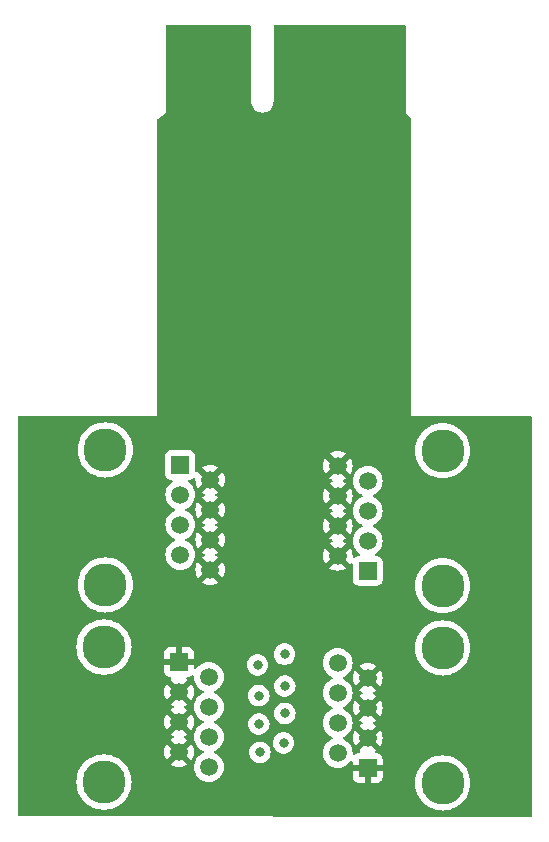
<source format=gbr>
%TF.GenerationSoftware,KiCad,Pcbnew,8.0.5-8.0.5-0~ubuntu22.04.1*%
%TF.CreationDate,2024-10-05T09:37:12-07:00*%
%TF.ProjectId,siglent-la,7369676c-656e-4742-9d6c-612e6b696361,rev?*%
%TF.SameCoordinates,Original*%
%TF.FileFunction,Copper,L3,Inr*%
%TF.FilePolarity,Positive*%
%FSLAX46Y46*%
G04 Gerber Fmt 4.6, Leading zero omitted, Abs format (unit mm)*
G04 Created by KiCad (PCBNEW 8.0.5-8.0.5-0~ubuntu22.04.1) date 2024-10-05 09:37:12*
%MOMM*%
%LPD*%
G01*
G04 APERTURE LIST*
%TA.AperFunction,WasherPad*%
%ADD10C,3.650000*%
%TD*%
%TA.AperFunction,ComponentPad*%
%ADD11R,1.500000X1.500000*%
%TD*%
%TA.AperFunction,ComponentPad*%
%ADD12C,1.500000*%
%TD*%
%TA.AperFunction,ViaPad*%
%ADD13C,0.800000*%
%TD*%
G04 APERTURE END LIST*
D10*
%TO.N,*%
%TO.C,J104*%
X95600000Y-100500000D03*
X95600000Y-111930000D03*
D11*
%TO.N,/d.DATA_3*%
X101950000Y-101770000D03*
D12*
%TO.N,GND*%
X104490000Y-103040000D03*
%TO.N,/d.DATA_2*%
X101950000Y-104310000D03*
%TO.N,GND*%
X104490000Y-105580000D03*
%TO.N,/d.DATA_1*%
X101950000Y-106850000D03*
%TO.N,GND*%
X104490000Y-108120000D03*
%TO.N,/d.DATA_0*%
X101950000Y-109390000D03*
%TO.N,GND*%
X104490000Y-110660000D03*
%TD*%
D10*
%TO.N,*%
%TO.C,J103*%
X124170000Y-111997500D03*
X124170000Y-100567500D03*
D11*
%TO.N,/c.DATA_3*%
X117820000Y-110727500D03*
D12*
%TO.N,GND*%
X115280000Y-109457500D03*
%TO.N,/c.DATA_2*%
X117820000Y-108187500D03*
%TO.N,GND*%
X115280000Y-106917500D03*
%TO.N,/c.DATA_1*%
X117820000Y-105647500D03*
%TO.N,GND*%
X115280000Y-104377500D03*
%TO.N,/c.DATA_0*%
X117820000Y-103107500D03*
%TO.N,GND*%
X115280000Y-101837500D03*
%TD*%
D10*
%TO.N,*%
%TO.C,J102*%
X95490000Y-117190000D03*
X95490000Y-128620000D03*
D11*
%TO.N,GND*%
X101840000Y-118460000D03*
D12*
%TO.N,Net-(J102-Pad2)*%
X104380000Y-119730000D03*
%TO.N,GND*%
X101840000Y-121000000D03*
%TO.N,Net-(J102-Pad4)*%
X104380000Y-122270000D03*
%TO.N,GND*%
X101840000Y-123540000D03*
%TO.N,Net-(J102-Pad6)*%
X104380000Y-124810000D03*
%TO.N,GND*%
X101840000Y-126080000D03*
%TO.N,Net-(J102-Pad8)*%
X104380000Y-127350000D03*
%TD*%
D10*
%TO.N,*%
%TO.C,J101*%
X124170000Y-128697500D03*
X124170000Y-117267500D03*
D11*
%TO.N,GND*%
X117820000Y-127427500D03*
D12*
%TO.N,Net-(J101-Pad2)*%
X115280000Y-126157500D03*
%TO.N,GND*%
X117820000Y-124887500D03*
%TO.N,Net-(J101-Pad4)*%
X115280000Y-123617500D03*
%TO.N,GND*%
X117820000Y-122347500D03*
%TO.N,Net-(J101-Pad6)*%
X115280000Y-121077500D03*
%TO.N,GND*%
X117820000Y-119807500D03*
%TO.N,Net-(J101-Pad8)*%
X115280000Y-118537500D03*
%TD*%
D13*
%TO.N,/a.DATA_3*%
X108500000Y-118700000D03*
%TO.N,/a.DATA_2*%
X108600000Y-121300000D03*
%TO.N,/a.DATA_1*%
X108600000Y-123700000D03*
%TO.N,/a.DATA_0*%
X108700000Y-126100000D03*
%TO.N,GND*%
X102500000Y-70500000D03*
X110500000Y-70250000D03*
X106500000Y-70500000D03*
X116400000Y-70150000D03*
X112500000Y-70250000D03*
X118500000Y-70250000D03*
X104500000Y-70500000D03*
X114500000Y-70250000D03*
X120250000Y-70250000D03*
%TO.N,/b.DATA_0*%
X110780000Y-117800000D03*
%TO.N,/b.DATA_2*%
X110800000Y-122800000D03*
%TO.N,/b.DATA_1*%
X110800000Y-120500000D03*
%TO.N,/b.DATA_3*%
X110700000Y-125300000D03*
%TD*%
%TA.AperFunction,Conductor*%
%TO.N,GND*%
G36*
X107892121Y-64520002D02*
G01*
X107938614Y-64573658D01*
X107950000Y-64626000D01*
X107950000Y-71000000D01*
X107952601Y-71099574D01*
X107994008Y-71294375D01*
X108075012Y-71476312D01*
X108192069Y-71637427D01*
X108340061Y-71770679D01*
X108340063Y-71770680D01*
X108340066Y-71770683D01*
X108512536Y-71870258D01*
X108701940Y-71931800D01*
X108900000Y-71952617D01*
X109098060Y-71931800D01*
X109287464Y-71870258D01*
X109459934Y-71770683D01*
X109607932Y-71637425D01*
X109724990Y-71476308D01*
X109805992Y-71294375D01*
X109847398Y-71099576D01*
X109850000Y-71000000D01*
X109850000Y-64626000D01*
X109870002Y-64557879D01*
X109923658Y-64511386D01*
X109976000Y-64500000D01*
X120924000Y-64500000D01*
X120992121Y-64520002D01*
X121038614Y-64573658D01*
X121050000Y-64626000D01*
X121050000Y-71950000D01*
X121471519Y-72465190D01*
X121499175Y-72530578D01*
X121500000Y-72544977D01*
X121500000Y-97600000D01*
X131574000Y-97600000D01*
X131642121Y-97620002D01*
X131688614Y-97673658D01*
X131700000Y-97726000D01*
X131700000Y-131473709D01*
X131679998Y-131541830D01*
X131626342Y-131588323D01*
X131573710Y-131599709D01*
X88325710Y-131500288D01*
X88257636Y-131480129D01*
X88211266Y-131426367D01*
X88200000Y-131374288D01*
X88200000Y-128619996D01*
X93151493Y-128619996D01*
X93151493Y-128620003D01*
X93171498Y-128925231D01*
X93171500Y-128925245D01*
X93231176Y-129225248D01*
X93231178Y-129225258D01*
X93329498Y-129514900D01*
X93329504Y-129514914D01*
X93464792Y-129789251D01*
X93634731Y-130043584D01*
X93634734Y-130043588D01*
X93836425Y-130273574D01*
X93982063Y-130401294D01*
X94066407Y-130475262D01*
X94066409Y-130475263D01*
X94066411Y-130475265D01*
X94066415Y-130475268D01*
X94182394Y-130552762D01*
X94320746Y-130645206D01*
X94595092Y-130780499D01*
X94884750Y-130878824D01*
X95184764Y-130938501D01*
X95359184Y-130949933D01*
X95489997Y-130958507D01*
X95490000Y-130958507D01*
X95490003Y-130958507D01*
X95604463Y-130951004D01*
X95795236Y-130938501D01*
X96095250Y-130878824D01*
X96384908Y-130780499D01*
X96659254Y-130645206D01*
X96913593Y-130475262D01*
X97143574Y-130273574D01*
X97345262Y-130043593D01*
X97515206Y-129789254D01*
X97650499Y-129514908D01*
X97748824Y-129225250D01*
X97808501Y-128925236D01*
X97823427Y-128697503D01*
X97823427Y-128697496D01*
X121831493Y-128697496D01*
X121831493Y-128697503D01*
X121851498Y-129002731D01*
X121851500Y-129002745D01*
X121911176Y-129302748D01*
X121911178Y-129302758D01*
X122009498Y-129592400D01*
X122009504Y-129592414D01*
X122144792Y-129866751D01*
X122314731Y-130121084D01*
X122314734Y-130121088D01*
X122516425Y-130351074D01*
X122658035Y-130475262D01*
X122746407Y-130552762D01*
X122746409Y-130552763D01*
X122746411Y-130552765D01*
X122746415Y-130552768D01*
X122914417Y-130665023D01*
X123000746Y-130722706D01*
X123275092Y-130857999D01*
X123564750Y-130956324D01*
X123864764Y-131016001D01*
X124039184Y-131027433D01*
X124169997Y-131036007D01*
X124170000Y-131036007D01*
X124170003Y-131036007D01*
X124284463Y-131028504D01*
X124475236Y-131016001D01*
X124775250Y-130956324D01*
X125064908Y-130857999D01*
X125339254Y-130722706D01*
X125593593Y-130552762D01*
X125823574Y-130351074D01*
X126025262Y-130121093D01*
X126195206Y-129866754D01*
X126330499Y-129592408D01*
X126428824Y-129302750D01*
X126488501Y-129002736D01*
X126508507Y-128697500D01*
X126507720Y-128685500D01*
X126497995Y-128537118D01*
X126488501Y-128392264D01*
X126428824Y-128092250D01*
X126330499Y-127802592D01*
X126195206Y-127528247D01*
X126025262Y-127273907D01*
X125823574Y-127043926D01*
X125823571Y-127043924D01*
X125823570Y-127043922D01*
X125593588Y-126842234D01*
X125593584Y-126842231D01*
X125339251Y-126672292D01*
X125064914Y-126537004D01*
X125064908Y-126537001D01*
X125064903Y-126536999D01*
X125064900Y-126536998D01*
X124775258Y-126438678D01*
X124775252Y-126438676D01*
X124775250Y-126438676D01*
X124674789Y-126418693D01*
X124475245Y-126379000D01*
X124475231Y-126378998D01*
X124170003Y-126358993D01*
X124169997Y-126358993D01*
X123864768Y-126378998D01*
X123864754Y-126379000D01*
X123614980Y-126428684D01*
X123564750Y-126438676D01*
X123564748Y-126438676D01*
X123564741Y-126438678D01*
X123275099Y-126536998D01*
X123275091Y-126537001D01*
X123000741Y-126672297D01*
X122746409Y-126842236D01*
X122516426Y-127043926D01*
X122314736Y-127273909D01*
X122144797Y-127528241D01*
X122009501Y-127802591D01*
X122009498Y-127802599D01*
X121911178Y-128092241D01*
X121911176Y-128092251D01*
X121851500Y-128392254D01*
X121851498Y-128392268D01*
X121831493Y-128697496D01*
X97823427Y-128697496D01*
X97828507Y-128620003D01*
X97828507Y-128619996D01*
X97816975Y-128444056D01*
X97808501Y-128314764D01*
X97748824Y-128014750D01*
X97737589Y-127981654D01*
X97676809Y-127802599D01*
X97650499Y-127725092D01*
X97515206Y-127450747D01*
X97345262Y-127196407D01*
X97143574Y-126966426D01*
X97143571Y-126966424D01*
X97143570Y-126966422D01*
X96941434Y-126789154D01*
X96913593Y-126764738D01*
X96913591Y-126764736D01*
X96913588Y-126764734D01*
X96913584Y-126764731D01*
X96659251Y-126594792D01*
X96384914Y-126459504D01*
X96384908Y-126459501D01*
X96384903Y-126459499D01*
X96384900Y-126459498D01*
X96095258Y-126361178D01*
X96095252Y-126361176D01*
X96095250Y-126361176D01*
X95994789Y-126341193D01*
X95795245Y-126301500D01*
X95795231Y-126301498D01*
X95490003Y-126281493D01*
X95489997Y-126281493D01*
X95184768Y-126301498D01*
X95184754Y-126301500D01*
X94934980Y-126351184D01*
X94884750Y-126361176D01*
X94884748Y-126361176D01*
X94884741Y-126361178D01*
X94595099Y-126459498D01*
X94595091Y-126459501D01*
X94320741Y-126594797D01*
X94066409Y-126764736D01*
X93836426Y-126966426D01*
X93634736Y-127196409D01*
X93464797Y-127450741D01*
X93329501Y-127725091D01*
X93329498Y-127725099D01*
X93231178Y-128014741D01*
X93231176Y-128014751D01*
X93171500Y-128314754D01*
X93171498Y-128314768D01*
X93151493Y-128619996D01*
X88200000Y-128619996D01*
X88200000Y-121000000D01*
X100577195Y-121000000D01*
X100596380Y-121219287D01*
X100653350Y-121431903D01*
X100653352Y-121431907D01*
X100746379Y-121631403D01*
X100788800Y-121691987D01*
X101396666Y-121084122D01*
X101420667Y-121173694D01*
X101479910Y-121276306D01*
X101563694Y-121360090D01*
X101666306Y-121419333D01*
X101755876Y-121443333D01*
X101148011Y-122051197D01*
X101148011Y-122051198D01*
X101208597Y-122093621D01*
X101341950Y-122155805D01*
X101395235Y-122202723D01*
X101414696Y-122271000D01*
X101394154Y-122338960D01*
X101341951Y-122384194D01*
X101208600Y-122446377D01*
X101148010Y-122488801D01*
X101755875Y-123096666D01*
X101666306Y-123120667D01*
X101563694Y-123179910D01*
X101479910Y-123263694D01*
X101420667Y-123366306D01*
X101396666Y-123455875D01*
X100788801Y-122848010D01*
X100746378Y-122908598D01*
X100653352Y-123108092D01*
X100653350Y-123108096D01*
X100596380Y-123320712D01*
X100577195Y-123540000D01*
X100596380Y-123759287D01*
X100653350Y-123971903D01*
X100653352Y-123971907D01*
X100746379Y-124171403D01*
X100788800Y-124231987D01*
X101396666Y-123624122D01*
X101420667Y-123713694D01*
X101479910Y-123816306D01*
X101563694Y-123900090D01*
X101666306Y-123959333D01*
X101755876Y-123983333D01*
X101148011Y-124591197D01*
X101148011Y-124591198D01*
X101208597Y-124633621D01*
X101341950Y-124695805D01*
X101395235Y-124742723D01*
X101414696Y-124811000D01*
X101394154Y-124878960D01*
X101341951Y-124924194D01*
X101208600Y-124986377D01*
X101148010Y-125028801D01*
X101755875Y-125636666D01*
X101666306Y-125660667D01*
X101563694Y-125719910D01*
X101479910Y-125803694D01*
X101420667Y-125906306D01*
X101396666Y-125995875D01*
X100788801Y-125388010D01*
X100746378Y-125448598D01*
X100653352Y-125648092D01*
X100653350Y-125648096D01*
X100596380Y-125860712D01*
X100577195Y-126080000D01*
X100596380Y-126299287D01*
X100653350Y-126511903D01*
X100653352Y-126511907D01*
X100746379Y-126711403D01*
X100788800Y-126771987D01*
X101396666Y-126164122D01*
X101420667Y-126253694D01*
X101479910Y-126356306D01*
X101563694Y-126440090D01*
X101666306Y-126499333D01*
X101755876Y-126523333D01*
X101148011Y-127131197D01*
X101148011Y-127131198D01*
X101208597Y-127173621D01*
X101408092Y-127266647D01*
X101408096Y-127266649D01*
X101620712Y-127323619D01*
X101840000Y-127342804D01*
X102059287Y-127323619D01*
X102271903Y-127266649D01*
X102271907Y-127266647D01*
X102471399Y-127173622D01*
X102531987Y-127131197D01*
X102531987Y-127131196D01*
X101924124Y-126523333D01*
X102013694Y-126499333D01*
X102116306Y-126440090D01*
X102200090Y-126356306D01*
X102259333Y-126253694D01*
X102283333Y-126164124D01*
X102891196Y-126771987D01*
X102891197Y-126771987D01*
X102933622Y-126711399D01*
X103026647Y-126511907D01*
X103026649Y-126511903D01*
X103083619Y-126299287D01*
X103102804Y-126080000D01*
X103083619Y-125860712D01*
X103026649Y-125648096D01*
X103026647Y-125648092D01*
X102933619Y-125448594D01*
X102891199Y-125388011D01*
X102891197Y-125388011D01*
X102283333Y-125995875D01*
X102259333Y-125906306D01*
X102200090Y-125803694D01*
X102116306Y-125719910D01*
X102013694Y-125660667D01*
X101924123Y-125636666D01*
X102531987Y-125028800D01*
X102471403Y-124986379D01*
X102338049Y-124924195D01*
X102284764Y-124877278D01*
X102265303Y-124809000D01*
X102285845Y-124741040D01*
X102338049Y-124695805D01*
X102471399Y-124633622D01*
X102531987Y-124591197D01*
X102531987Y-124591196D01*
X101924124Y-123983333D01*
X102013694Y-123959333D01*
X102116306Y-123900090D01*
X102200090Y-123816306D01*
X102259333Y-123713694D01*
X102283333Y-123624124D01*
X102891196Y-124231987D01*
X102891197Y-124231987D01*
X102933622Y-124171399D01*
X103026647Y-123971907D01*
X103026649Y-123971903D01*
X103083619Y-123759287D01*
X103102804Y-123540000D01*
X103083619Y-123320712D01*
X103026649Y-123108096D01*
X103026647Y-123108092D01*
X102933619Y-122908594D01*
X102891199Y-122848011D01*
X102891197Y-122848011D01*
X102283333Y-123455875D01*
X102259333Y-123366306D01*
X102200090Y-123263694D01*
X102116306Y-123179910D01*
X102013694Y-123120667D01*
X101924123Y-123096666D01*
X102531987Y-122488800D01*
X102471403Y-122446379D01*
X102338049Y-122384195D01*
X102284764Y-122337278D01*
X102265303Y-122269000D01*
X102285845Y-122201040D01*
X102338049Y-122155805D01*
X102471399Y-122093622D01*
X102531987Y-122051197D01*
X102531987Y-122051196D01*
X101924124Y-121443333D01*
X102013694Y-121419333D01*
X102116306Y-121360090D01*
X102200090Y-121276306D01*
X102259333Y-121173694D01*
X102283333Y-121084124D01*
X102891196Y-121691987D01*
X102891197Y-121691987D01*
X102933622Y-121631399D01*
X103026647Y-121431907D01*
X103026649Y-121431903D01*
X103083619Y-121219287D01*
X103102804Y-121000000D01*
X103083619Y-120780712D01*
X103026649Y-120568096D01*
X103026647Y-120568092D01*
X102933619Y-120368594D01*
X102891199Y-120308011D01*
X102891197Y-120308011D01*
X102283333Y-120915875D01*
X102259333Y-120826306D01*
X102200090Y-120723694D01*
X102116306Y-120639910D01*
X102013694Y-120580667D01*
X101924123Y-120556666D01*
X102531987Y-119948800D01*
X102529721Y-119947214D01*
X102485392Y-119891757D01*
X102478083Y-119821137D01*
X102510113Y-119757777D01*
X102571314Y-119721791D01*
X102601991Y-119718000D01*
X102638585Y-119718000D01*
X102638597Y-119717999D01*
X102699093Y-119711494D01*
X102835963Y-119660445D01*
X102917288Y-119599565D01*
X102983808Y-119574754D01*
X103053183Y-119589845D01*
X103103385Y-119640047D01*
X103118477Y-119709421D01*
X103118319Y-119711412D01*
X103116693Y-119729998D01*
X103116693Y-119730000D01*
X103135885Y-119949371D01*
X103144412Y-119981194D01*
X103192879Y-120162073D01*
X103192881Y-120162079D01*
X103260930Y-120308011D01*
X103285944Y-120361654D01*
X103389035Y-120508882D01*
X103412251Y-120542038D01*
X103412254Y-120542042D01*
X103567957Y-120697745D01*
X103567961Y-120697748D01*
X103567962Y-120697749D01*
X103748346Y-120824056D01*
X103822637Y-120858698D01*
X103880768Y-120885805D01*
X103934053Y-120932722D01*
X103953514Y-121000999D01*
X103932972Y-121068959D01*
X103880768Y-121114195D01*
X103748346Y-121175944D01*
X103567965Y-121302248D01*
X103567959Y-121302253D01*
X103412253Y-121457959D01*
X103412248Y-121457965D01*
X103285944Y-121638346D01*
X103192881Y-121837920D01*
X103192879Y-121837926D01*
X103135885Y-122050629D01*
X103116693Y-122270000D01*
X103135885Y-122489370D01*
X103192879Y-122702073D01*
X103192881Y-122702079D01*
X103260930Y-122848011D01*
X103285944Y-122901654D01*
X103369606Y-123021135D01*
X103412251Y-123082038D01*
X103412254Y-123082042D01*
X103567957Y-123237745D01*
X103567961Y-123237748D01*
X103567962Y-123237749D01*
X103748346Y-123364056D01*
X103822637Y-123398698D01*
X103880768Y-123425805D01*
X103934053Y-123472722D01*
X103953514Y-123540999D01*
X103932972Y-123608959D01*
X103880768Y-123654195D01*
X103748346Y-123715944D01*
X103567965Y-123842248D01*
X103567959Y-123842253D01*
X103412253Y-123997959D01*
X103412248Y-123997965D01*
X103285944Y-124178346D01*
X103192881Y-124377920D01*
X103192879Y-124377926D01*
X103135885Y-124590629D01*
X103116693Y-124810000D01*
X103135885Y-125029370D01*
X103192879Y-125242073D01*
X103192881Y-125242079D01*
X103260930Y-125388011D01*
X103285944Y-125441654D01*
X103344897Y-125525847D01*
X103412251Y-125622038D01*
X103412254Y-125622042D01*
X103567957Y-125777745D01*
X103567961Y-125777748D01*
X103567962Y-125777749D01*
X103748346Y-125904056D01*
X103853219Y-125952958D01*
X103880768Y-125965805D01*
X103934053Y-126012722D01*
X103953514Y-126080999D01*
X103932972Y-126148959D01*
X103880768Y-126194195D01*
X103748346Y-126255944D01*
X103567965Y-126382248D01*
X103567959Y-126382253D01*
X103412253Y-126537959D01*
X103412248Y-126537965D01*
X103285944Y-126718346D01*
X103192881Y-126917920D01*
X103192879Y-126917926D01*
X103176916Y-126977500D01*
X103135885Y-127130629D01*
X103116693Y-127350000D01*
X103125506Y-127450741D01*
X103135885Y-127569370D01*
X103192879Y-127782073D01*
X103192881Y-127782079D01*
X103285942Y-127981650D01*
X103285944Y-127981654D01*
X103412251Y-128162038D01*
X103412254Y-128162042D01*
X103567957Y-128317745D01*
X103567961Y-128317748D01*
X103567962Y-128317749D01*
X103748346Y-128444056D01*
X103947924Y-128537120D01*
X104160629Y-128594115D01*
X104380000Y-128613307D01*
X104599371Y-128594115D01*
X104812076Y-128537120D01*
X105011654Y-128444056D01*
X105192038Y-128317749D01*
X105347749Y-128162038D01*
X105474056Y-127981654D01*
X105567120Y-127782076D01*
X105624115Y-127569371D01*
X105643307Y-127350000D01*
X105624115Y-127130629D01*
X105567120Y-126917924D01*
X105474056Y-126718347D01*
X105347749Y-126537962D01*
X105192038Y-126382251D01*
X105187392Y-126378998D01*
X105154985Y-126356306D01*
X105011654Y-126255944D01*
X105011648Y-126255941D01*
X105011648Y-126255940D01*
X104879232Y-126194195D01*
X104825946Y-126147278D01*
X104812470Y-126100000D01*
X107786496Y-126100000D01*
X107806457Y-126289927D01*
X107828026Y-126356306D01*
X107865473Y-126471556D01*
X107865476Y-126471561D01*
X107960958Y-126636941D01*
X107960965Y-126636951D01*
X108088744Y-126778864D01*
X108102907Y-126789154D01*
X108243248Y-126891118D01*
X108417712Y-126968794D01*
X108604513Y-127008500D01*
X108795487Y-127008500D01*
X108982288Y-126968794D01*
X109156752Y-126891118D01*
X109311253Y-126778866D01*
X109323976Y-126764736D01*
X109439034Y-126636951D01*
X109439035Y-126636949D01*
X109439040Y-126636944D01*
X109534527Y-126471556D01*
X109593542Y-126289928D01*
X109613504Y-126100000D01*
X109593542Y-125910072D01*
X109534527Y-125728444D01*
X109439040Y-125563056D01*
X109439038Y-125563054D01*
X109439034Y-125563048D01*
X109311255Y-125421135D01*
X109156752Y-125308882D01*
X109136803Y-125300000D01*
X109786496Y-125300000D01*
X109806457Y-125489927D01*
X109835558Y-125579487D01*
X109865473Y-125671556D01*
X109865476Y-125671561D01*
X109960958Y-125836941D01*
X109960965Y-125836951D01*
X110088744Y-125978864D01*
X110088747Y-125978866D01*
X110243248Y-126091118D01*
X110417712Y-126168794D01*
X110604513Y-126208500D01*
X110795487Y-126208500D01*
X110982288Y-126168794D01*
X111156752Y-126091118D01*
X111311253Y-125978866D01*
X111323013Y-125965805D01*
X111439034Y-125836951D01*
X111439035Y-125836949D01*
X111439040Y-125836944D01*
X111534527Y-125671556D01*
X111593542Y-125489928D01*
X111613504Y-125300000D01*
X111593542Y-125110072D01*
X111534527Y-124928444D01*
X111439040Y-124763056D01*
X111439038Y-124763054D01*
X111439034Y-124763048D01*
X111311255Y-124621135D01*
X111156752Y-124508882D01*
X110982288Y-124431206D01*
X110795487Y-124391500D01*
X110604513Y-124391500D01*
X110417711Y-124431206D01*
X110243247Y-124508882D01*
X110088744Y-124621135D01*
X109960965Y-124763048D01*
X109960958Y-124763058D01*
X109867926Y-124924195D01*
X109865473Y-124928444D01*
X109856370Y-124956459D01*
X109806457Y-125110072D01*
X109786496Y-125300000D01*
X109136803Y-125300000D01*
X108982288Y-125231206D01*
X108795487Y-125191500D01*
X108604513Y-125191500D01*
X108417711Y-125231206D01*
X108243247Y-125308882D01*
X108088744Y-125421135D01*
X107960965Y-125563048D01*
X107960958Y-125563058D01*
X107865476Y-125728438D01*
X107865473Y-125728445D01*
X107806457Y-125910072D01*
X107786496Y-126100000D01*
X104812470Y-126100000D01*
X104806485Y-126079001D01*
X104827026Y-126011041D01*
X104879232Y-125965805D01*
X105011648Y-125904059D01*
X105011648Y-125904058D01*
X105011654Y-125904056D01*
X105192038Y-125777749D01*
X105347749Y-125622038D01*
X105474056Y-125441654D01*
X105567120Y-125242076D01*
X105624115Y-125029371D01*
X105643307Y-124810000D01*
X105624115Y-124590629D01*
X105567120Y-124377924D01*
X105474056Y-124178347D01*
X105347749Y-123997962D01*
X105192038Y-123842251D01*
X105184353Y-123836870D01*
X105122953Y-123793877D01*
X105011654Y-123715944D01*
X105011648Y-123715941D01*
X105011648Y-123715940D01*
X104977464Y-123700000D01*
X107686496Y-123700000D01*
X107706457Y-123889927D01*
X107733095Y-123971907D01*
X107765473Y-124071556D01*
X107765476Y-124071561D01*
X107860958Y-124236941D01*
X107860965Y-124236951D01*
X107988744Y-124378864D01*
X107988747Y-124378866D01*
X108143248Y-124491118D01*
X108317712Y-124568794D01*
X108504513Y-124608500D01*
X108695487Y-124608500D01*
X108882288Y-124568794D01*
X109056752Y-124491118D01*
X109211253Y-124378866D01*
X109211255Y-124378864D01*
X109339034Y-124236951D01*
X109339035Y-124236949D01*
X109339040Y-124236944D01*
X109434527Y-124071556D01*
X109493542Y-123889928D01*
X109513504Y-123700000D01*
X109493542Y-123510072D01*
X109434527Y-123328444D01*
X109339040Y-123163056D01*
X109339038Y-123163054D01*
X109339034Y-123163048D01*
X109211255Y-123021135D01*
X109056752Y-122908882D01*
X108882288Y-122831206D01*
X108735476Y-122800000D01*
X109886496Y-122800000D01*
X109906457Y-122989927D01*
X109922561Y-123039487D01*
X109965473Y-123171556D01*
X109965476Y-123171561D01*
X110060958Y-123336941D01*
X110060965Y-123336951D01*
X110188744Y-123478864D01*
X110188747Y-123478866D01*
X110343248Y-123591118D01*
X110517712Y-123668794D01*
X110704513Y-123708500D01*
X110895487Y-123708500D01*
X111082288Y-123668794D01*
X111256752Y-123591118D01*
X111411253Y-123478866D01*
X111445239Y-123441121D01*
X111539034Y-123336951D01*
X111539035Y-123336949D01*
X111539040Y-123336944D01*
X111634527Y-123171556D01*
X111693542Y-122989928D01*
X111713504Y-122800000D01*
X111693542Y-122610072D01*
X111634527Y-122428444D01*
X111539040Y-122263056D01*
X111539038Y-122263054D01*
X111539034Y-122263048D01*
X111411255Y-122121135D01*
X111256752Y-122008882D01*
X111082288Y-121931206D01*
X110895487Y-121891500D01*
X110704513Y-121891500D01*
X110517711Y-121931206D01*
X110343247Y-122008882D01*
X110188744Y-122121135D01*
X110060965Y-122263048D01*
X110060958Y-122263058D01*
X109965476Y-122428438D01*
X109965473Y-122428445D01*
X109906457Y-122610072D01*
X109886496Y-122800000D01*
X108735476Y-122800000D01*
X108695487Y-122791500D01*
X108504513Y-122791500D01*
X108317711Y-122831206D01*
X108143247Y-122908882D01*
X107988744Y-123021135D01*
X107860965Y-123163048D01*
X107860958Y-123163058D01*
X107765476Y-123328438D01*
X107765473Y-123328445D01*
X107706457Y-123510072D01*
X107686496Y-123700000D01*
X104977464Y-123700000D01*
X104879232Y-123654195D01*
X104825946Y-123607278D01*
X104806485Y-123539001D01*
X104827026Y-123471041D01*
X104879232Y-123425805D01*
X105011648Y-123364059D01*
X105011648Y-123364058D01*
X105011654Y-123364056D01*
X105192038Y-123237749D01*
X105347749Y-123082038D01*
X105474056Y-122901654D01*
X105567120Y-122702076D01*
X105624115Y-122489371D01*
X105643307Y-122270000D01*
X105624115Y-122050629D01*
X105567120Y-121837924D01*
X105474056Y-121638347D01*
X105347749Y-121457962D01*
X105192038Y-121302251D01*
X105188823Y-121300000D01*
X107686496Y-121300000D01*
X107706457Y-121489927D01*
X107712841Y-121509573D01*
X107765473Y-121671556D01*
X107765476Y-121671561D01*
X107860958Y-121836941D01*
X107860965Y-121836951D01*
X107988744Y-121978864D01*
X107988747Y-121978866D01*
X108143248Y-122091118D01*
X108317712Y-122168794D01*
X108504513Y-122208500D01*
X108695487Y-122208500D01*
X108882288Y-122168794D01*
X109056752Y-122091118D01*
X109211253Y-121978866D01*
X109338158Y-121837924D01*
X109339034Y-121836951D01*
X109339035Y-121836949D01*
X109339040Y-121836944D01*
X109434527Y-121671556D01*
X109493542Y-121489928D01*
X109513504Y-121300000D01*
X109493542Y-121110072D01*
X109434527Y-120928444D01*
X109339040Y-120763056D01*
X109339038Y-120763054D01*
X109339034Y-120763048D01*
X109211255Y-120621135D01*
X109056752Y-120508882D01*
X109036803Y-120500000D01*
X109886496Y-120500000D01*
X109906457Y-120689927D01*
X109935956Y-120780712D01*
X109965473Y-120871556D01*
X109965476Y-120871561D01*
X110060958Y-121036941D01*
X110060965Y-121036951D01*
X110188744Y-121178864D01*
X110249999Y-121223368D01*
X110343248Y-121291118D01*
X110517712Y-121368794D01*
X110704513Y-121408500D01*
X110895487Y-121408500D01*
X111082288Y-121368794D01*
X111256752Y-121291118D01*
X111411253Y-121178866D01*
X111415910Y-121173694D01*
X111539034Y-121036951D01*
X111539035Y-121036949D01*
X111539040Y-121036944D01*
X111634527Y-120871556D01*
X111693542Y-120689928D01*
X111713504Y-120500000D01*
X111693542Y-120310072D01*
X111634527Y-120128444D01*
X111539040Y-119963056D01*
X111539038Y-119963054D01*
X111539034Y-119963048D01*
X111411255Y-119821135D01*
X111256752Y-119708882D01*
X111082288Y-119631206D01*
X110895487Y-119591500D01*
X110704513Y-119591500D01*
X110517711Y-119631206D01*
X110343247Y-119708882D01*
X110188744Y-119821135D01*
X110060965Y-119963048D01*
X110060958Y-119963058D01*
X109965476Y-120128438D01*
X109965473Y-120128445D01*
X109906457Y-120310072D01*
X109886496Y-120500000D01*
X109036803Y-120500000D01*
X108882288Y-120431206D01*
X108695487Y-120391500D01*
X108504513Y-120391500D01*
X108317711Y-120431206D01*
X108143247Y-120508882D01*
X107988744Y-120621135D01*
X107860965Y-120763048D01*
X107860958Y-120763058D01*
X107765476Y-120928438D01*
X107765473Y-120928445D01*
X107706457Y-121110072D01*
X107686496Y-121300000D01*
X105188823Y-121300000D01*
X105122953Y-121253877D01*
X105011654Y-121175944D01*
X105011648Y-121175941D01*
X105011648Y-121175940D01*
X104879232Y-121114195D01*
X104825946Y-121067278D01*
X104806485Y-120999001D01*
X104827026Y-120931041D01*
X104879232Y-120885805D01*
X105011648Y-120824059D01*
X105011648Y-120824058D01*
X105011654Y-120824056D01*
X105192038Y-120697749D01*
X105347749Y-120542038D01*
X105474056Y-120361654D01*
X105567120Y-120162076D01*
X105624115Y-119949371D01*
X105643307Y-119730000D01*
X105624115Y-119510629D01*
X105567120Y-119297924D01*
X105474056Y-119098347D01*
X105347749Y-118917962D01*
X105192038Y-118762251D01*
X105184353Y-118756870D01*
X105122956Y-118713879D01*
X105103135Y-118700000D01*
X107586496Y-118700000D01*
X107606457Y-118889927D01*
X107616578Y-118921074D01*
X107665473Y-119071556D01*
X107665476Y-119071561D01*
X107760958Y-119236941D01*
X107760965Y-119236951D01*
X107888744Y-119378864D01*
X107949999Y-119423368D01*
X108043248Y-119491118D01*
X108217712Y-119568794D01*
X108404513Y-119608500D01*
X108595487Y-119608500D01*
X108782288Y-119568794D01*
X108956752Y-119491118D01*
X109111253Y-119378866D01*
X109111255Y-119378864D01*
X109239034Y-119236951D01*
X109239035Y-119236949D01*
X109239040Y-119236944D01*
X109334527Y-119071556D01*
X109393542Y-118889928D01*
X109413504Y-118700000D01*
X109393542Y-118510072D01*
X109334527Y-118328444D01*
X109239040Y-118163056D01*
X109239038Y-118163054D01*
X109239034Y-118163048D01*
X109111255Y-118021135D01*
X108956752Y-117908882D01*
X108782288Y-117831206D01*
X108635476Y-117800000D01*
X109866496Y-117800000D01*
X109886457Y-117989927D01*
X109902944Y-118040667D01*
X109945473Y-118171556D01*
X109945476Y-118171561D01*
X110040958Y-118336941D01*
X110040965Y-118336951D01*
X110168744Y-118478864D01*
X110168747Y-118478866D01*
X110323248Y-118591118D01*
X110497712Y-118668794D01*
X110684513Y-118708500D01*
X110875487Y-118708500D01*
X111062288Y-118668794D01*
X111236752Y-118591118D01*
X111310551Y-118537500D01*
X114016693Y-118537500D01*
X114035885Y-118756871D01*
X114037327Y-118762251D01*
X114092879Y-118969573D01*
X114092881Y-118969579D01*
X114164314Y-119122768D01*
X114185944Y-119169154D01*
X114276110Y-119297924D01*
X114312251Y-119349538D01*
X114312254Y-119349542D01*
X114467957Y-119505245D01*
X114467961Y-119505248D01*
X114467962Y-119505249D01*
X114648346Y-119631556D01*
X114753219Y-119680458D01*
X114780768Y-119693305D01*
X114834053Y-119740222D01*
X114853514Y-119808499D01*
X114832972Y-119876459D01*
X114780768Y-119921695D01*
X114648346Y-119983444D01*
X114467965Y-120109748D01*
X114467959Y-120109753D01*
X114312253Y-120265459D01*
X114312248Y-120265465D01*
X114185944Y-120445846D01*
X114092881Y-120645420D01*
X114092879Y-120645426D01*
X114056629Y-120780712D01*
X114035885Y-120858129D01*
X114016693Y-121077500D01*
X114035885Y-121296871D01*
X114037327Y-121302251D01*
X114092879Y-121509573D01*
X114092881Y-121509579D01*
X114160930Y-121655511D01*
X114185944Y-121709154D01*
X114276110Y-121837924D01*
X114312251Y-121889538D01*
X114312254Y-121889542D01*
X114467957Y-122045245D01*
X114467961Y-122045248D01*
X114467962Y-122045249D01*
X114648346Y-122171556D01*
X114753219Y-122220458D01*
X114780768Y-122233305D01*
X114834053Y-122280222D01*
X114853514Y-122348499D01*
X114832972Y-122416459D01*
X114780768Y-122461695D01*
X114648346Y-122523444D01*
X114467965Y-122649748D01*
X114467959Y-122649753D01*
X114312253Y-122805459D01*
X114312248Y-122805465D01*
X114185944Y-122985846D01*
X114092881Y-123185420D01*
X114092879Y-123185426D01*
X114052280Y-123336944D01*
X114035885Y-123398129D01*
X114016693Y-123617500D01*
X114035885Y-123836871D01*
X114037327Y-123842251D01*
X114092879Y-124049573D01*
X114092881Y-124049579D01*
X114160930Y-124195511D01*
X114185944Y-124249154D01*
X114312251Y-124429538D01*
X114312254Y-124429542D01*
X114467957Y-124585245D01*
X114467961Y-124585248D01*
X114467962Y-124585249D01*
X114648346Y-124711556D01*
X114753219Y-124760458D01*
X114780768Y-124773305D01*
X114834053Y-124820222D01*
X114853514Y-124888499D01*
X114832972Y-124956459D01*
X114780768Y-125001695D01*
X114648346Y-125063444D01*
X114467965Y-125189748D01*
X114467959Y-125189753D01*
X114312253Y-125345459D01*
X114312248Y-125345465D01*
X114185944Y-125525846D01*
X114092881Y-125725420D01*
X114092879Y-125725426D01*
X114062998Y-125836944D01*
X114035885Y-125938129D01*
X114016693Y-126157500D01*
X114035885Y-126376871D01*
X114068699Y-126499333D01*
X114092879Y-126589573D01*
X114092881Y-126589579D01*
X114149688Y-126711403D01*
X114185944Y-126789154D01*
X114310069Y-126966422D01*
X114312251Y-126969538D01*
X114312254Y-126969542D01*
X114467957Y-127125245D01*
X114467961Y-127125248D01*
X114467962Y-127125249D01*
X114648346Y-127251556D01*
X114847924Y-127344620D01*
X115060629Y-127401615D01*
X115280000Y-127420807D01*
X115499371Y-127401615D01*
X115712076Y-127344620D01*
X115911654Y-127251556D01*
X116092038Y-127125249D01*
X116247749Y-126969538D01*
X116332787Y-126848092D01*
X116388244Y-126803763D01*
X116458863Y-126796454D01*
X116522224Y-126828484D01*
X116558209Y-126889686D01*
X116562000Y-126920362D01*
X116562000Y-127173500D01*
X117447032Y-127173500D01*
X117400667Y-127253806D01*
X117370000Y-127368256D01*
X117370000Y-127486744D01*
X117400667Y-127601194D01*
X117447032Y-127681500D01*
X116562000Y-127681500D01*
X116562000Y-128226097D01*
X116568505Y-128286593D01*
X116619555Y-128423464D01*
X116619555Y-128423465D01*
X116707095Y-128540404D01*
X116824034Y-128627944D01*
X116960906Y-128678994D01*
X117021402Y-128685499D01*
X117021415Y-128685500D01*
X117566000Y-128685500D01*
X117566000Y-127800468D01*
X117646306Y-127846833D01*
X117760756Y-127877500D01*
X117879244Y-127877500D01*
X117993694Y-127846833D01*
X118074000Y-127800468D01*
X118074000Y-128685500D01*
X118618585Y-128685500D01*
X118618597Y-128685499D01*
X118679093Y-128678994D01*
X118815964Y-128627944D01*
X118815965Y-128627944D01*
X118932904Y-128540404D01*
X119020444Y-128423465D01*
X119020444Y-128423464D01*
X119071494Y-128286593D01*
X119077999Y-128226097D01*
X119078000Y-128226085D01*
X119078000Y-127681500D01*
X118192968Y-127681500D01*
X118239333Y-127601194D01*
X118270000Y-127486744D01*
X118270000Y-127368256D01*
X118239333Y-127253806D01*
X118192968Y-127173500D01*
X119078000Y-127173500D01*
X119078000Y-126628914D01*
X119077999Y-126628902D01*
X119071494Y-126568406D01*
X119020444Y-126431535D01*
X119020444Y-126431534D01*
X118932904Y-126314595D01*
X118815965Y-126227055D01*
X118679093Y-126176005D01*
X118618597Y-126169500D01*
X118581990Y-126169500D01*
X118513869Y-126149498D01*
X118467376Y-126095842D01*
X118457272Y-126025568D01*
X118486766Y-125960988D01*
X118509718Y-125940288D01*
X118511987Y-125938698D01*
X118511987Y-125938696D01*
X117904124Y-125330833D01*
X117993694Y-125306833D01*
X118096306Y-125247590D01*
X118180090Y-125163806D01*
X118239333Y-125061194D01*
X118263333Y-124971624D01*
X118871196Y-125579487D01*
X118871197Y-125579487D01*
X118913622Y-125518899D01*
X119006647Y-125319407D01*
X119006649Y-125319403D01*
X119063619Y-125106787D01*
X119082804Y-124887500D01*
X119063619Y-124668212D01*
X119006649Y-124455596D01*
X119006647Y-124455592D01*
X118913619Y-124256094D01*
X118871199Y-124195511D01*
X118871197Y-124195511D01*
X118263333Y-124803375D01*
X118239333Y-124713806D01*
X118180090Y-124611194D01*
X118096306Y-124527410D01*
X117993694Y-124468167D01*
X117904123Y-124444166D01*
X118511987Y-123836300D01*
X118451403Y-123793879D01*
X118318049Y-123731695D01*
X118264764Y-123684778D01*
X118245303Y-123616500D01*
X118265845Y-123548540D01*
X118318049Y-123503305D01*
X118451399Y-123441122D01*
X118511987Y-123398697D01*
X118511987Y-123398696D01*
X117904124Y-122790833D01*
X117993694Y-122766833D01*
X118096306Y-122707590D01*
X118180090Y-122623806D01*
X118239333Y-122521194D01*
X118263333Y-122431624D01*
X118871196Y-123039487D01*
X118871197Y-123039487D01*
X118913622Y-122978899D01*
X119006647Y-122779407D01*
X119006649Y-122779403D01*
X119063619Y-122566787D01*
X119082804Y-122347500D01*
X119063619Y-122128212D01*
X119006649Y-121915596D01*
X119006647Y-121915592D01*
X118913619Y-121716094D01*
X118871199Y-121655511D01*
X118871197Y-121655511D01*
X118263333Y-122263375D01*
X118239333Y-122173806D01*
X118180090Y-122071194D01*
X118096306Y-121987410D01*
X117993694Y-121928167D01*
X117904123Y-121904166D01*
X118511987Y-121296300D01*
X118451403Y-121253879D01*
X118318049Y-121191695D01*
X118264764Y-121144778D01*
X118245303Y-121076500D01*
X118265845Y-121008540D01*
X118318049Y-120963305D01*
X118451399Y-120901122D01*
X118511987Y-120858697D01*
X118511987Y-120858696D01*
X117904124Y-120250833D01*
X117993694Y-120226833D01*
X118096306Y-120167590D01*
X118180090Y-120083806D01*
X118239333Y-119981194D01*
X118263333Y-119891624D01*
X118871196Y-120499487D01*
X118871197Y-120499487D01*
X118913622Y-120438899D01*
X119006647Y-120239407D01*
X119006649Y-120239403D01*
X119063619Y-120026787D01*
X119082804Y-119807500D01*
X119063619Y-119588212D01*
X119006649Y-119375596D01*
X119006647Y-119375592D01*
X118913619Y-119176094D01*
X118871199Y-119115511D01*
X118871197Y-119115511D01*
X118263333Y-119723375D01*
X118239333Y-119633806D01*
X118180090Y-119531194D01*
X118096306Y-119447410D01*
X117993694Y-119388167D01*
X117904123Y-119364166D01*
X118511987Y-118756300D01*
X118451403Y-118713879D01*
X118251907Y-118620852D01*
X118251903Y-118620850D01*
X118039287Y-118563880D01*
X117820000Y-118544695D01*
X117600712Y-118563880D01*
X117388096Y-118620850D01*
X117388092Y-118620852D01*
X117188598Y-118713878D01*
X117128010Y-118756301D01*
X117735875Y-119364166D01*
X117646306Y-119388167D01*
X117543694Y-119447410D01*
X117459910Y-119531194D01*
X117400667Y-119633806D01*
X117376666Y-119723375D01*
X116768801Y-119115510D01*
X116726378Y-119176098D01*
X116633352Y-119375592D01*
X116633350Y-119375596D01*
X116576380Y-119588212D01*
X116557195Y-119807500D01*
X116576380Y-120026787D01*
X116633350Y-120239403D01*
X116633352Y-120239407D01*
X116726379Y-120438903D01*
X116768800Y-120499487D01*
X117376666Y-119891622D01*
X117400667Y-119981194D01*
X117459910Y-120083806D01*
X117543694Y-120167590D01*
X117646306Y-120226833D01*
X117735876Y-120250833D01*
X117128011Y-120858697D01*
X117128011Y-120858698D01*
X117188597Y-120901121D01*
X117321950Y-120963305D01*
X117375235Y-121010223D01*
X117394696Y-121078500D01*
X117374154Y-121146460D01*
X117321951Y-121191694D01*
X117188600Y-121253877D01*
X117128010Y-121296301D01*
X117735875Y-121904166D01*
X117646306Y-121928167D01*
X117543694Y-121987410D01*
X117459910Y-122071194D01*
X117400667Y-122173806D01*
X117376666Y-122263375D01*
X116768801Y-121655510D01*
X116726378Y-121716098D01*
X116633352Y-121915592D01*
X116633350Y-121915596D01*
X116576380Y-122128212D01*
X116557195Y-122347500D01*
X116576380Y-122566787D01*
X116633350Y-122779403D01*
X116633352Y-122779407D01*
X116726379Y-122978903D01*
X116768800Y-123039487D01*
X117376666Y-122431622D01*
X117400667Y-122521194D01*
X117459910Y-122623806D01*
X117543694Y-122707590D01*
X117646306Y-122766833D01*
X117735876Y-122790833D01*
X117128011Y-123398697D01*
X117128011Y-123398698D01*
X117188597Y-123441121D01*
X117321950Y-123503305D01*
X117375235Y-123550223D01*
X117394696Y-123618500D01*
X117374154Y-123686460D01*
X117321951Y-123731694D01*
X117188600Y-123793877D01*
X117128010Y-123836301D01*
X117735875Y-124444166D01*
X117646306Y-124468167D01*
X117543694Y-124527410D01*
X117459910Y-124611194D01*
X117400667Y-124713806D01*
X117376666Y-124803375D01*
X116768801Y-124195510D01*
X116726378Y-124256098D01*
X116633352Y-124455592D01*
X116633350Y-124455596D01*
X116576380Y-124668212D01*
X116557195Y-124887500D01*
X116576380Y-125106787D01*
X116633350Y-125319403D01*
X116633352Y-125319407D01*
X116726379Y-125518903D01*
X116768800Y-125579487D01*
X117376666Y-124971622D01*
X117400667Y-125061194D01*
X117459910Y-125163806D01*
X117543694Y-125247590D01*
X117646306Y-125306833D01*
X117735876Y-125330833D01*
X117128011Y-125938697D01*
X117128011Y-125938698D01*
X117130280Y-125940287D01*
X117174608Y-125995744D01*
X117181917Y-126066363D01*
X117149886Y-126129724D01*
X117088685Y-126165709D01*
X117058009Y-126169500D01*
X117021402Y-126169500D01*
X116960906Y-126176005D01*
X116824035Y-126227055D01*
X116742709Y-126287935D01*
X116676189Y-126312745D01*
X116606815Y-126297653D01*
X116556613Y-126247451D01*
X116541522Y-126178077D01*
X116541681Y-126176081D01*
X116542257Y-126169500D01*
X116543307Y-126157500D01*
X116524115Y-125938129D01*
X116467120Y-125725424D01*
X116374056Y-125525847D01*
X116247749Y-125345462D01*
X116092038Y-125189751D01*
X115911654Y-125063444D01*
X115911648Y-125063441D01*
X115911648Y-125063440D01*
X115779232Y-125001695D01*
X115725946Y-124954778D01*
X115706485Y-124886501D01*
X115727026Y-124818541D01*
X115779232Y-124773305D01*
X115911648Y-124711559D01*
X115911648Y-124711558D01*
X115911654Y-124711556D01*
X116092038Y-124585249D01*
X116247749Y-124429538D01*
X116374056Y-124249154D01*
X116467120Y-124049576D01*
X116524115Y-123836871D01*
X116543307Y-123617500D01*
X116524115Y-123398129D01*
X116467120Y-123185424D01*
X116374056Y-122985847D01*
X116247749Y-122805462D01*
X116092038Y-122649751D01*
X115911654Y-122523444D01*
X115911648Y-122523441D01*
X115911648Y-122523440D01*
X115779232Y-122461695D01*
X115725946Y-122414778D01*
X115706485Y-122346501D01*
X115727026Y-122278541D01*
X115779232Y-122233305D01*
X115911648Y-122171559D01*
X115911648Y-122171558D01*
X115911654Y-122171556D01*
X116092038Y-122045249D01*
X116247749Y-121889538D01*
X116374056Y-121709154D01*
X116467120Y-121509576D01*
X116524115Y-121296871D01*
X116543307Y-121077500D01*
X116524115Y-120858129D01*
X116467120Y-120645424D01*
X116374056Y-120445847D01*
X116247749Y-120265462D01*
X116092038Y-120109751D01*
X115911654Y-119983444D01*
X115911648Y-119983441D01*
X115911648Y-119983440D01*
X115779232Y-119921695D01*
X115725946Y-119874778D01*
X115706485Y-119806501D01*
X115727026Y-119738541D01*
X115779232Y-119693305D01*
X115911648Y-119631559D01*
X115911648Y-119631558D01*
X115911654Y-119631556D01*
X116092038Y-119505249D01*
X116247749Y-119349538D01*
X116374056Y-119169154D01*
X116467120Y-118969576D01*
X116524115Y-118756871D01*
X116543307Y-118537500D01*
X116524115Y-118318129D01*
X116467120Y-118105424D01*
X116374056Y-117905847D01*
X116247749Y-117725462D01*
X116092038Y-117569751D01*
X115911654Y-117443444D01*
X115911650Y-117443442D01*
X115712079Y-117350381D01*
X115712073Y-117350379D01*
X115622178Y-117326291D01*
X115499371Y-117293385D01*
X115280000Y-117274193D01*
X115060629Y-117293385D01*
X114847926Y-117350379D01*
X114847920Y-117350381D01*
X114648346Y-117443444D01*
X114467965Y-117569748D01*
X114467959Y-117569753D01*
X114312253Y-117725459D01*
X114312248Y-117725465D01*
X114185944Y-117905846D01*
X114092881Y-118105420D01*
X114092879Y-118105426D01*
X114075158Y-118171561D01*
X114035885Y-118318129D01*
X114016693Y-118537500D01*
X111310551Y-118537500D01*
X111391253Y-118478866D01*
X111429171Y-118436754D01*
X111519034Y-118336951D01*
X111519035Y-118336949D01*
X111519040Y-118336944D01*
X111614527Y-118171556D01*
X111673542Y-117989928D01*
X111693504Y-117800000D01*
X111673542Y-117610072D01*
X111614527Y-117428444D01*
X111521603Y-117267496D01*
X121831493Y-117267496D01*
X121831493Y-117267503D01*
X121851498Y-117572731D01*
X121851500Y-117572745D01*
X121869138Y-117661414D01*
X121902912Y-117831206D01*
X121911176Y-117872748D01*
X121911178Y-117872758D01*
X122009498Y-118162400D01*
X122009504Y-118162414D01*
X122144792Y-118436751D01*
X122314731Y-118691084D01*
X122314734Y-118691088D01*
X122314736Y-118691091D01*
X122314738Y-118691093D01*
X122330004Y-118708500D01*
X122516425Y-118921074D01*
X122571735Y-118969579D01*
X122746407Y-119122762D01*
X122746409Y-119122763D01*
X122746411Y-119122765D01*
X122746415Y-119122768D01*
X122914417Y-119235023D01*
X123000746Y-119292706D01*
X123275092Y-119427999D01*
X123564750Y-119526324D01*
X123864764Y-119586001D01*
X124039184Y-119597433D01*
X124169997Y-119606007D01*
X124170000Y-119606007D01*
X124170003Y-119606007D01*
X124284463Y-119598504D01*
X124475236Y-119586001D01*
X124775250Y-119526324D01*
X125064908Y-119427999D01*
X125339254Y-119292706D01*
X125593593Y-119122762D01*
X125823574Y-118921074D01*
X126025262Y-118691093D01*
X126195206Y-118436754D01*
X126330499Y-118162408D01*
X126428824Y-117872750D01*
X126488501Y-117572736D01*
X126503290Y-117347095D01*
X126508507Y-117267503D01*
X126508507Y-117267496D01*
X126488501Y-116962268D01*
X126488501Y-116962264D01*
X126428824Y-116662250D01*
X126330499Y-116372592D01*
X126195206Y-116098247D01*
X126025262Y-115843907D01*
X125823574Y-115613926D01*
X125823571Y-115613924D01*
X125823570Y-115613922D01*
X125593588Y-115412234D01*
X125593584Y-115412231D01*
X125339251Y-115242292D01*
X125064914Y-115107004D01*
X125064908Y-115107001D01*
X125064903Y-115106999D01*
X125064900Y-115106998D01*
X124775258Y-115008678D01*
X124775252Y-115008676D01*
X124775250Y-115008676D01*
X124674789Y-114988693D01*
X124475245Y-114949000D01*
X124475231Y-114948998D01*
X124170003Y-114928993D01*
X124169997Y-114928993D01*
X123864768Y-114948998D01*
X123864754Y-114949000D01*
X123614980Y-114998684D01*
X123564750Y-115008676D01*
X123564748Y-115008676D01*
X123564741Y-115008678D01*
X123275099Y-115106998D01*
X123275091Y-115107001D01*
X123000741Y-115242297D01*
X122746409Y-115412236D01*
X122516426Y-115613926D01*
X122314736Y-115843909D01*
X122144797Y-116098241D01*
X122009501Y-116372591D01*
X122009498Y-116372599D01*
X121911178Y-116662241D01*
X121911176Y-116662251D01*
X121851500Y-116962254D01*
X121851498Y-116962268D01*
X121831493Y-117267496D01*
X111521603Y-117267496D01*
X111519040Y-117263056D01*
X111519038Y-117263054D01*
X111519034Y-117263048D01*
X111391255Y-117121135D01*
X111236752Y-117008882D01*
X111062288Y-116931206D01*
X110875487Y-116891500D01*
X110684513Y-116891500D01*
X110497711Y-116931206D01*
X110323247Y-117008882D01*
X110168744Y-117121135D01*
X110040965Y-117263048D01*
X110040958Y-117263058D01*
X109945476Y-117428438D01*
X109945473Y-117428445D01*
X109886457Y-117610072D01*
X109866496Y-117800000D01*
X108635476Y-117800000D01*
X108595487Y-117791500D01*
X108404513Y-117791500D01*
X108217711Y-117831206D01*
X108043247Y-117908882D01*
X107888744Y-118021135D01*
X107760965Y-118163048D01*
X107760958Y-118163058D01*
X107665476Y-118328438D01*
X107665473Y-118328445D01*
X107606457Y-118510072D01*
X107586496Y-118700000D01*
X105103135Y-118700000D01*
X105011654Y-118635944D01*
X104963711Y-118613588D01*
X104812079Y-118542881D01*
X104812073Y-118542879D01*
X104722178Y-118518791D01*
X104599371Y-118485885D01*
X104380000Y-118466693D01*
X104160629Y-118485885D01*
X103947926Y-118542879D01*
X103947920Y-118542881D01*
X103748346Y-118635944D01*
X103567965Y-118762248D01*
X103567959Y-118762253D01*
X103412253Y-118917959D01*
X103412248Y-118917965D01*
X103327213Y-119039408D01*
X103271756Y-119083736D01*
X103201136Y-119091045D01*
X103137776Y-119059014D01*
X103101791Y-118997813D01*
X103098000Y-118967137D01*
X103098000Y-118714000D01*
X102212968Y-118714000D01*
X102259333Y-118633694D01*
X102290000Y-118519244D01*
X102290000Y-118400756D01*
X102259333Y-118286306D01*
X102212968Y-118206000D01*
X103098000Y-118206000D01*
X103098000Y-117661414D01*
X103097999Y-117661402D01*
X103091494Y-117600906D01*
X103040444Y-117464035D01*
X103040444Y-117464034D01*
X102952904Y-117347095D01*
X102835965Y-117259555D01*
X102699093Y-117208505D01*
X102638597Y-117202000D01*
X102094000Y-117202000D01*
X102094000Y-118087031D01*
X102013694Y-118040667D01*
X101899244Y-118010000D01*
X101780756Y-118010000D01*
X101666306Y-118040667D01*
X101586000Y-118087031D01*
X101586000Y-117202000D01*
X101041402Y-117202000D01*
X100980906Y-117208505D01*
X100844035Y-117259555D01*
X100844034Y-117259555D01*
X100727095Y-117347095D01*
X100639555Y-117464034D01*
X100639555Y-117464035D01*
X100588505Y-117600906D01*
X100582000Y-117661402D01*
X100582000Y-118206000D01*
X101467032Y-118206000D01*
X101420667Y-118286306D01*
X101390000Y-118400756D01*
X101390000Y-118519244D01*
X101420667Y-118633694D01*
X101467032Y-118714000D01*
X100582000Y-118714000D01*
X100582000Y-119258597D01*
X100588505Y-119319093D01*
X100639555Y-119455964D01*
X100639555Y-119455965D01*
X100727095Y-119572904D01*
X100844034Y-119660444D01*
X100980906Y-119711494D01*
X101041402Y-119717999D01*
X101041415Y-119718000D01*
X101078009Y-119718000D01*
X101146130Y-119738002D01*
X101192623Y-119791658D01*
X101202727Y-119861932D01*
X101173233Y-119926512D01*
X101150278Y-119947214D01*
X101148010Y-119948801D01*
X101755875Y-120556666D01*
X101666306Y-120580667D01*
X101563694Y-120639910D01*
X101479910Y-120723694D01*
X101420667Y-120826306D01*
X101396666Y-120915875D01*
X100788801Y-120308010D01*
X100746378Y-120368598D01*
X100653352Y-120568092D01*
X100653350Y-120568096D01*
X100596380Y-120780712D01*
X100577195Y-121000000D01*
X88200000Y-121000000D01*
X88200000Y-117189996D01*
X93151493Y-117189996D01*
X93151493Y-117190003D01*
X93171498Y-117495231D01*
X93171500Y-117495245D01*
X93231176Y-117795248D01*
X93231178Y-117795258D01*
X93329498Y-118084900D01*
X93329504Y-118084914D01*
X93464792Y-118359251D01*
X93634731Y-118613584D01*
X93634734Y-118613588D01*
X93634736Y-118613591D01*
X93634738Y-118613593D01*
X93683147Y-118668793D01*
X93836425Y-118843574D01*
X93977323Y-118967137D01*
X94066407Y-119045262D01*
X94066409Y-119045263D01*
X94066411Y-119045265D01*
X94066415Y-119045268D01*
X94145854Y-119098347D01*
X94320746Y-119215206D01*
X94595092Y-119350499D01*
X94884750Y-119448824D01*
X95184764Y-119508501D01*
X95359184Y-119519933D01*
X95489997Y-119528507D01*
X95490000Y-119528507D01*
X95490003Y-119528507D01*
X95604463Y-119521004D01*
X95795236Y-119508501D01*
X96095250Y-119448824D01*
X96384908Y-119350499D01*
X96659254Y-119215206D01*
X96913593Y-119045262D01*
X97143574Y-118843574D01*
X97345262Y-118613593D01*
X97515206Y-118359254D01*
X97650499Y-118084908D01*
X97748824Y-117795250D01*
X97808501Y-117495236D01*
X97823427Y-117267503D01*
X97828507Y-117190003D01*
X97828507Y-117189996D01*
X97813581Y-116962268D01*
X97808501Y-116884764D01*
X97748824Y-116584750D01*
X97650499Y-116295092D01*
X97515206Y-116020747D01*
X97345262Y-115766407D01*
X97143574Y-115536426D01*
X97143571Y-115536424D01*
X97143570Y-115536422D01*
X96913588Y-115334734D01*
X96913584Y-115334731D01*
X96659251Y-115164792D01*
X96384914Y-115029504D01*
X96384908Y-115029501D01*
X96384903Y-115029499D01*
X96384900Y-115029498D01*
X96095258Y-114931178D01*
X96095252Y-114931176D01*
X96095250Y-114931176D01*
X95994789Y-114911193D01*
X95795245Y-114871500D01*
X95795231Y-114871498D01*
X95490003Y-114851493D01*
X95489997Y-114851493D01*
X95184768Y-114871498D01*
X95184754Y-114871500D01*
X94934980Y-114921184D01*
X94884750Y-114931176D01*
X94884748Y-114931176D01*
X94884741Y-114931178D01*
X94595099Y-115029498D01*
X94595091Y-115029501D01*
X94320741Y-115164797D01*
X94066409Y-115334736D01*
X93836426Y-115536426D01*
X93634736Y-115766409D01*
X93464797Y-116020741D01*
X93329501Y-116295091D01*
X93329498Y-116295099D01*
X93231178Y-116584741D01*
X93231176Y-116584751D01*
X93171500Y-116884754D01*
X93171498Y-116884768D01*
X93151493Y-117189996D01*
X88200000Y-117189996D01*
X88200000Y-111929996D01*
X93261493Y-111929996D01*
X93261493Y-111930003D01*
X93281498Y-112235231D01*
X93281500Y-112235245D01*
X93341176Y-112535248D01*
X93341178Y-112535258D01*
X93439498Y-112824900D01*
X93439504Y-112824914D01*
X93574792Y-113099251D01*
X93744731Y-113353584D01*
X93744734Y-113353588D01*
X93946425Y-113583574D01*
X94092063Y-113711294D01*
X94176407Y-113785262D01*
X94176409Y-113785263D01*
X94176411Y-113785265D01*
X94176415Y-113785268D01*
X94344417Y-113897523D01*
X94430746Y-113955206D01*
X94705092Y-114090499D01*
X94994750Y-114188824D01*
X95294764Y-114248501D01*
X95469184Y-114259933D01*
X95599997Y-114268507D01*
X95600000Y-114268507D01*
X95600003Y-114268507D01*
X95714463Y-114261004D01*
X95905236Y-114248501D01*
X96205250Y-114188824D01*
X96494908Y-114090499D01*
X96769254Y-113955206D01*
X97023593Y-113785262D01*
X97253574Y-113583574D01*
X97455262Y-113353593D01*
X97625206Y-113099254D01*
X97760499Y-112824908D01*
X97858824Y-112535250D01*
X97918501Y-112235236D01*
X97934083Y-111997496D01*
X121831493Y-111997496D01*
X121831493Y-111997503D01*
X121851498Y-112302731D01*
X121851500Y-112302745D01*
X121911176Y-112602748D01*
X121911178Y-112602758D01*
X122009498Y-112892400D01*
X122009504Y-112892414D01*
X122144792Y-113166751D01*
X122314731Y-113421084D01*
X122314734Y-113421088D01*
X122516425Y-113651074D01*
X122662063Y-113778794D01*
X122746407Y-113852762D01*
X122746409Y-113852763D01*
X122746411Y-113852765D01*
X122746415Y-113852768D01*
X122899725Y-113955206D01*
X123000746Y-114022706D01*
X123275092Y-114157999D01*
X123564750Y-114256324D01*
X123864764Y-114316001D01*
X124039184Y-114327433D01*
X124169997Y-114336007D01*
X124170000Y-114336007D01*
X124170003Y-114336007D01*
X124284463Y-114328504D01*
X124475236Y-114316001D01*
X124775250Y-114256324D01*
X125064908Y-114157999D01*
X125339254Y-114022706D01*
X125593593Y-113852762D01*
X125823574Y-113651074D01*
X126025262Y-113421093D01*
X126195206Y-113166754D01*
X126330499Y-112892408D01*
X126428824Y-112602750D01*
X126488501Y-112302736D01*
X126508507Y-111997500D01*
X126507753Y-111986000D01*
X126498234Y-111840761D01*
X126488501Y-111692264D01*
X126428824Y-111392250D01*
X126330499Y-111102592D01*
X126195206Y-110828247D01*
X126025262Y-110573907D01*
X125823574Y-110343926D01*
X125823571Y-110343924D01*
X125823570Y-110343922D01*
X125647516Y-110189527D01*
X125593593Y-110142238D01*
X125593591Y-110142236D01*
X125593588Y-110142234D01*
X125593584Y-110142231D01*
X125339251Y-109972292D01*
X125064914Y-109837004D01*
X125064908Y-109837001D01*
X125064903Y-109836999D01*
X125064900Y-109836998D01*
X124775258Y-109738678D01*
X124775252Y-109738676D01*
X124775250Y-109738676D01*
X124674789Y-109718693D01*
X124475245Y-109679000D01*
X124475231Y-109678998D01*
X124170003Y-109658993D01*
X124169997Y-109658993D01*
X123864768Y-109678998D01*
X123864754Y-109679000D01*
X123614980Y-109728684D01*
X123564750Y-109738676D01*
X123564748Y-109738676D01*
X123564741Y-109738678D01*
X123275099Y-109836998D01*
X123275091Y-109837001D01*
X123000741Y-109972297D01*
X122746409Y-110142236D01*
X122516426Y-110343926D01*
X122314736Y-110573909D01*
X122144797Y-110828241D01*
X122009501Y-111102591D01*
X122009498Y-111102599D01*
X121911178Y-111392241D01*
X121911176Y-111392251D01*
X121851500Y-111692254D01*
X121851498Y-111692268D01*
X121831493Y-111997496D01*
X97934083Y-111997496D01*
X97935263Y-111979489D01*
X97938507Y-111930003D01*
X97938507Y-111929996D01*
X97918501Y-111624768D01*
X97918501Y-111624764D01*
X97858824Y-111324750D01*
X97760499Y-111035092D01*
X97625206Y-110760747D01*
X97455262Y-110506407D01*
X97253574Y-110276426D01*
X97253571Y-110276424D01*
X97253570Y-110276422D01*
X97023588Y-110074734D01*
X97023584Y-110074731D01*
X96769251Y-109904792D01*
X96494914Y-109769504D01*
X96494908Y-109769501D01*
X96494903Y-109769499D01*
X96494900Y-109769498D01*
X96205258Y-109671178D01*
X96205252Y-109671176D01*
X96205250Y-109671176D01*
X96104789Y-109651193D01*
X95905245Y-109611500D01*
X95905231Y-109611498D01*
X95600003Y-109591493D01*
X95599997Y-109591493D01*
X95294768Y-109611498D01*
X95294754Y-109611500D01*
X95044980Y-109661184D01*
X94994750Y-109671176D01*
X94994748Y-109671176D01*
X94994741Y-109671178D01*
X94705099Y-109769498D01*
X94705091Y-109769501D01*
X94430741Y-109904797D01*
X94176409Y-110074736D01*
X93946426Y-110276426D01*
X93744736Y-110506409D01*
X93574797Y-110760741D01*
X93439501Y-111035091D01*
X93439498Y-111035099D01*
X93341178Y-111324741D01*
X93341176Y-111324751D01*
X93281500Y-111624754D01*
X93281498Y-111624768D01*
X93261493Y-111929996D01*
X88200000Y-111929996D01*
X88200000Y-104310000D01*
X100686693Y-104310000D01*
X100705885Y-104529371D01*
X100723949Y-104596787D01*
X100762879Y-104742073D01*
X100762881Y-104742079D01*
X100830930Y-104888011D01*
X100855944Y-104941654D01*
X100907895Y-105015847D01*
X100982251Y-105122038D01*
X100982254Y-105122042D01*
X101137957Y-105277745D01*
X101137961Y-105277748D01*
X101137962Y-105277749D01*
X101318346Y-105404056D01*
X101423219Y-105452958D01*
X101450768Y-105465805D01*
X101504053Y-105512722D01*
X101523514Y-105580999D01*
X101502972Y-105648959D01*
X101450768Y-105694195D01*
X101318346Y-105755944D01*
X101137965Y-105882248D01*
X101137959Y-105882253D01*
X100982253Y-106037959D01*
X100982248Y-106037965D01*
X100855944Y-106218346D01*
X100762881Y-106417920D01*
X100762879Y-106417926D01*
X100725504Y-106557410D01*
X100705885Y-106630629D01*
X100686693Y-106850000D01*
X100705885Y-107069371D01*
X100723949Y-107136787D01*
X100762879Y-107282073D01*
X100762881Y-107282079D01*
X100830930Y-107428011D01*
X100855944Y-107481654D01*
X100907895Y-107555847D01*
X100982251Y-107662038D01*
X100982254Y-107662042D01*
X101137957Y-107817745D01*
X101137961Y-107817748D01*
X101137962Y-107817749D01*
X101318346Y-107944056D01*
X101423219Y-107992958D01*
X101450768Y-108005805D01*
X101504053Y-108052722D01*
X101523514Y-108120999D01*
X101502972Y-108188959D01*
X101450768Y-108234195D01*
X101318346Y-108295944D01*
X101137965Y-108422248D01*
X101137959Y-108422253D01*
X100982253Y-108577959D01*
X100982248Y-108577965D01*
X100855944Y-108758346D01*
X100762881Y-108957920D01*
X100762879Y-108957926D01*
X100725504Y-109097410D01*
X100705885Y-109170629D01*
X100686693Y-109390000D01*
X100705885Y-109609371D01*
X100723949Y-109676787D01*
X100762879Y-109822073D01*
X100762881Y-109822079D01*
X100855942Y-110021650D01*
X100855944Y-110021654D01*
X100945454Y-110149487D01*
X100982251Y-110202038D01*
X100982254Y-110202042D01*
X101137957Y-110357745D01*
X101137961Y-110357748D01*
X101137962Y-110357749D01*
X101318346Y-110484056D01*
X101517924Y-110577120D01*
X101730629Y-110634115D01*
X101950000Y-110653307D01*
X102169371Y-110634115D01*
X102382076Y-110577120D01*
X102581654Y-110484056D01*
X102762038Y-110357749D01*
X102917749Y-110202038D01*
X103044056Y-110021654D01*
X103137120Y-109822076D01*
X103194115Y-109609371D01*
X103213307Y-109390000D01*
X103194115Y-109170629D01*
X103137120Y-108957924D01*
X103044056Y-108758347D01*
X102917749Y-108577962D01*
X102762038Y-108422251D01*
X102581654Y-108295944D01*
X102581648Y-108295941D01*
X102581648Y-108295940D01*
X102449232Y-108234195D01*
X102395946Y-108187278D01*
X102376485Y-108119001D01*
X102397026Y-108051041D01*
X102449232Y-108005805D01*
X102581648Y-107944059D01*
X102581648Y-107944058D01*
X102581654Y-107944056D01*
X102762038Y-107817749D01*
X102917749Y-107662038D01*
X103044056Y-107481654D01*
X103137120Y-107282076D01*
X103194115Y-107069371D01*
X103213307Y-106850000D01*
X103194115Y-106630629D01*
X103137120Y-106417924D01*
X103044056Y-106218347D01*
X102917749Y-106037962D01*
X102762038Y-105882251D01*
X102581654Y-105755944D01*
X102581648Y-105755941D01*
X102581648Y-105755940D01*
X102449232Y-105694195D01*
X102395946Y-105647278D01*
X102376485Y-105579001D01*
X102397026Y-105511041D01*
X102449232Y-105465805D01*
X102581648Y-105404059D01*
X102581648Y-105404058D01*
X102581654Y-105404056D01*
X102762038Y-105277749D01*
X102917749Y-105122038D01*
X103044056Y-104941654D01*
X103137120Y-104742076D01*
X103194115Y-104529371D01*
X103213307Y-104310000D01*
X103194115Y-104090629D01*
X103137120Y-103877924D01*
X103044056Y-103678347D01*
X102917749Y-103497962D01*
X102762038Y-103342251D01*
X102762037Y-103342250D01*
X102762036Y-103342249D01*
X102762033Y-103342247D01*
X102641306Y-103257713D01*
X102596977Y-103202256D01*
X102589668Y-103131637D01*
X102621698Y-103068276D01*
X102682900Y-103032291D01*
X102713576Y-103028500D01*
X102748632Y-103028500D01*
X102748638Y-103028500D01*
X102748645Y-103028499D01*
X102748649Y-103028499D01*
X102809196Y-103021990D01*
X102809199Y-103021989D01*
X102809201Y-103021989D01*
X102946204Y-102970889D01*
X102973691Y-102950313D01*
X103027768Y-102909831D01*
X103094288Y-102885020D01*
X103163662Y-102900111D01*
X103213864Y-102950313D01*
X103228956Y-103019687D01*
X103228798Y-103021679D01*
X103227195Y-103039998D01*
X103246380Y-103259287D01*
X103303350Y-103471903D01*
X103303352Y-103471907D01*
X103396379Y-103671403D01*
X103438800Y-103731987D01*
X104046666Y-103124122D01*
X104070667Y-103213694D01*
X104129910Y-103316306D01*
X104213694Y-103400090D01*
X104316306Y-103459333D01*
X104405876Y-103483333D01*
X103798011Y-104091197D01*
X103798011Y-104091198D01*
X103858597Y-104133621D01*
X103991950Y-104195805D01*
X104045235Y-104242723D01*
X104064696Y-104311000D01*
X104044154Y-104378960D01*
X103991951Y-104424194D01*
X103858600Y-104486377D01*
X103798010Y-104528801D01*
X104405875Y-105136666D01*
X104316306Y-105160667D01*
X104213694Y-105219910D01*
X104129910Y-105303694D01*
X104070667Y-105406306D01*
X104046666Y-105495875D01*
X103438801Y-104888010D01*
X103396378Y-104948598D01*
X103303352Y-105148092D01*
X103303350Y-105148096D01*
X103246380Y-105360712D01*
X103227195Y-105580000D01*
X103246380Y-105799287D01*
X103303350Y-106011903D01*
X103303352Y-106011907D01*
X103396379Y-106211403D01*
X103438800Y-106271987D01*
X104046666Y-105664122D01*
X104070667Y-105753694D01*
X104129910Y-105856306D01*
X104213694Y-105940090D01*
X104316306Y-105999333D01*
X104405876Y-106023333D01*
X103798011Y-106631197D01*
X103798011Y-106631198D01*
X103858597Y-106673621D01*
X103991950Y-106735805D01*
X104045235Y-106782723D01*
X104064696Y-106851000D01*
X104044154Y-106918960D01*
X103991951Y-106964194D01*
X103858600Y-107026377D01*
X103798010Y-107068801D01*
X104405875Y-107676666D01*
X104316306Y-107700667D01*
X104213694Y-107759910D01*
X104129910Y-107843694D01*
X104070667Y-107946306D01*
X104046666Y-108035875D01*
X103438801Y-107428010D01*
X103396378Y-107488598D01*
X103303352Y-107688092D01*
X103303350Y-107688096D01*
X103246380Y-107900712D01*
X103227195Y-108120000D01*
X103246380Y-108339287D01*
X103303350Y-108551903D01*
X103303352Y-108551907D01*
X103396379Y-108751403D01*
X103438800Y-108811987D01*
X104046666Y-108204122D01*
X104070667Y-108293694D01*
X104129910Y-108396306D01*
X104213694Y-108480090D01*
X104316306Y-108539333D01*
X104405876Y-108563333D01*
X103798011Y-109171197D01*
X103798011Y-109171198D01*
X103858597Y-109213621D01*
X103991950Y-109275805D01*
X104045235Y-109322723D01*
X104064696Y-109391000D01*
X104044154Y-109458960D01*
X103991951Y-109504194D01*
X103858600Y-109566377D01*
X103798010Y-109608801D01*
X104405875Y-110216666D01*
X104316306Y-110240667D01*
X104213694Y-110299910D01*
X104129910Y-110383694D01*
X104070667Y-110486306D01*
X104046666Y-110575875D01*
X103438801Y-109968010D01*
X103396378Y-110028598D01*
X103303352Y-110228092D01*
X103303350Y-110228096D01*
X103246380Y-110440712D01*
X103227195Y-110660000D01*
X103246380Y-110879287D01*
X103303350Y-111091903D01*
X103303352Y-111091907D01*
X103396379Y-111291403D01*
X103438800Y-111351987D01*
X104046666Y-110744122D01*
X104070667Y-110833694D01*
X104129910Y-110936306D01*
X104213694Y-111020090D01*
X104316306Y-111079333D01*
X104405876Y-111103333D01*
X103798011Y-111711197D01*
X103798011Y-111711198D01*
X103858597Y-111753621D01*
X104058092Y-111846647D01*
X104058096Y-111846649D01*
X104270712Y-111903619D01*
X104490000Y-111922804D01*
X104709287Y-111903619D01*
X104921903Y-111846649D01*
X104921907Y-111846647D01*
X105121399Y-111753622D01*
X105181987Y-111711197D01*
X105181987Y-111711196D01*
X104574124Y-111103333D01*
X104663694Y-111079333D01*
X104766306Y-111020090D01*
X104850090Y-110936306D01*
X104909333Y-110833694D01*
X104933333Y-110744124D01*
X105541196Y-111351987D01*
X105541197Y-111351987D01*
X105583622Y-111291399D01*
X105676647Y-111091907D01*
X105676649Y-111091903D01*
X105733619Y-110879287D01*
X105752804Y-110660000D01*
X105733619Y-110440712D01*
X105676649Y-110228096D01*
X105676647Y-110228092D01*
X105583619Y-110028594D01*
X105541199Y-109968011D01*
X105541197Y-109968011D01*
X104933333Y-110575875D01*
X104909333Y-110486306D01*
X104850090Y-110383694D01*
X104766306Y-110299910D01*
X104663694Y-110240667D01*
X104574123Y-110216666D01*
X105181987Y-109608800D01*
X105121403Y-109566379D01*
X104988049Y-109504195D01*
X104934764Y-109457278D01*
X104915303Y-109389000D01*
X104935845Y-109321040D01*
X104988049Y-109275805D01*
X105121399Y-109213622D01*
X105181987Y-109171197D01*
X105181987Y-109171196D01*
X104574124Y-108563333D01*
X104663694Y-108539333D01*
X104766306Y-108480090D01*
X104850090Y-108396306D01*
X104909333Y-108293694D01*
X104933333Y-108204124D01*
X105541196Y-108811987D01*
X105541197Y-108811987D01*
X105583622Y-108751399D01*
X105676647Y-108551907D01*
X105676649Y-108551903D01*
X105733619Y-108339287D01*
X105752804Y-108120000D01*
X105733619Y-107900712D01*
X105676649Y-107688096D01*
X105676647Y-107688092D01*
X105583619Y-107488594D01*
X105541199Y-107428011D01*
X105541197Y-107428011D01*
X104933333Y-108035875D01*
X104909333Y-107946306D01*
X104850090Y-107843694D01*
X104766306Y-107759910D01*
X104663694Y-107700667D01*
X104574123Y-107676666D01*
X105181987Y-107068800D01*
X105121403Y-107026379D01*
X104988049Y-106964195D01*
X104934764Y-106917278D01*
X104915303Y-106849000D01*
X104935845Y-106781040D01*
X104988049Y-106735805D01*
X105121399Y-106673622D01*
X105181987Y-106631197D01*
X105181987Y-106631196D01*
X104574124Y-106023333D01*
X104663694Y-105999333D01*
X104766306Y-105940090D01*
X104850090Y-105856306D01*
X104909333Y-105753694D01*
X104933333Y-105664124D01*
X105541196Y-106271987D01*
X105541197Y-106271987D01*
X105583622Y-106211399D01*
X105676647Y-106011907D01*
X105676649Y-106011903D01*
X105733619Y-105799287D01*
X105752804Y-105580000D01*
X105733619Y-105360712D01*
X105676649Y-105148096D01*
X105676647Y-105148092D01*
X105583619Y-104948594D01*
X105541199Y-104888011D01*
X105541197Y-104888011D01*
X104933333Y-105495875D01*
X104909333Y-105406306D01*
X104850090Y-105303694D01*
X104766306Y-105219910D01*
X104663694Y-105160667D01*
X104574123Y-105136666D01*
X105181987Y-104528800D01*
X105121403Y-104486379D01*
X104988049Y-104424195D01*
X104934764Y-104377278D01*
X104915303Y-104309000D01*
X104935845Y-104241040D01*
X104988049Y-104195805D01*
X105121399Y-104133622D01*
X105181987Y-104091197D01*
X105181987Y-104091196D01*
X104574124Y-103483333D01*
X104663694Y-103459333D01*
X104766306Y-103400090D01*
X104850090Y-103316306D01*
X104909333Y-103213694D01*
X104933333Y-103124124D01*
X105541196Y-103731987D01*
X105541197Y-103731987D01*
X105583622Y-103671399D01*
X105676647Y-103471907D01*
X105676649Y-103471903D01*
X105733619Y-103259287D01*
X105752804Y-103040000D01*
X105733619Y-102820712D01*
X105676649Y-102608096D01*
X105676647Y-102608092D01*
X105583619Y-102408594D01*
X105541199Y-102348011D01*
X105541197Y-102348011D01*
X104933333Y-102955875D01*
X104909333Y-102866306D01*
X104850090Y-102763694D01*
X104766306Y-102679910D01*
X104663694Y-102620667D01*
X104574123Y-102596666D01*
X105181987Y-101988800D01*
X105121403Y-101946379D01*
X104921907Y-101853352D01*
X104921903Y-101853350D01*
X104862750Y-101837500D01*
X114017195Y-101837500D01*
X114036380Y-102056787D01*
X114093350Y-102269403D01*
X114093352Y-102269407D01*
X114186379Y-102468903D01*
X114228800Y-102529487D01*
X114836666Y-101921622D01*
X114860667Y-102011194D01*
X114919910Y-102113806D01*
X115003694Y-102197590D01*
X115106306Y-102256833D01*
X115195876Y-102280833D01*
X114588011Y-102888697D01*
X114588011Y-102888698D01*
X114648597Y-102931121D01*
X114781950Y-102993305D01*
X114835235Y-103040223D01*
X114854696Y-103108500D01*
X114834154Y-103176460D01*
X114781951Y-103221694D01*
X114648600Y-103283877D01*
X114588010Y-103326301D01*
X115195875Y-103934166D01*
X115106306Y-103958167D01*
X115003694Y-104017410D01*
X114919910Y-104101194D01*
X114860667Y-104203806D01*
X114836666Y-104293375D01*
X114228801Y-103685510D01*
X114186378Y-103746098D01*
X114093352Y-103945592D01*
X114093350Y-103945596D01*
X114036380Y-104158212D01*
X114017195Y-104377500D01*
X114036380Y-104596787D01*
X114093350Y-104809403D01*
X114093352Y-104809407D01*
X114186379Y-105008903D01*
X114228800Y-105069487D01*
X114836666Y-104461622D01*
X114860667Y-104551194D01*
X114919910Y-104653806D01*
X115003694Y-104737590D01*
X115106306Y-104796833D01*
X115195876Y-104820833D01*
X114588011Y-105428697D01*
X114588011Y-105428698D01*
X114648597Y-105471121D01*
X114781950Y-105533305D01*
X114835235Y-105580223D01*
X114854696Y-105648500D01*
X114834154Y-105716460D01*
X114781951Y-105761694D01*
X114648600Y-105823877D01*
X114588010Y-105866301D01*
X115195875Y-106474166D01*
X115106306Y-106498167D01*
X115003694Y-106557410D01*
X114919910Y-106641194D01*
X114860667Y-106743806D01*
X114836666Y-106833375D01*
X114228801Y-106225510D01*
X114186378Y-106286098D01*
X114093352Y-106485592D01*
X114093350Y-106485596D01*
X114036380Y-106698212D01*
X114017195Y-106917500D01*
X114036380Y-107136787D01*
X114093350Y-107349403D01*
X114093352Y-107349407D01*
X114186379Y-107548903D01*
X114228800Y-107609487D01*
X114836666Y-107001622D01*
X114860667Y-107091194D01*
X114919910Y-107193806D01*
X115003694Y-107277590D01*
X115106306Y-107336833D01*
X115195876Y-107360833D01*
X114588011Y-107968697D01*
X114588011Y-107968698D01*
X114648597Y-108011121D01*
X114781950Y-108073305D01*
X114835235Y-108120223D01*
X114854696Y-108188500D01*
X114834154Y-108256460D01*
X114781951Y-108301694D01*
X114648600Y-108363877D01*
X114588010Y-108406301D01*
X115195875Y-109014166D01*
X115106306Y-109038167D01*
X115003694Y-109097410D01*
X114919910Y-109181194D01*
X114860667Y-109283806D01*
X114836666Y-109373375D01*
X114228801Y-108765510D01*
X114186378Y-108826098D01*
X114093352Y-109025592D01*
X114093350Y-109025596D01*
X114036380Y-109238212D01*
X114017195Y-109457500D01*
X114036380Y-109676787D01*
X114093350Y-109889403D01*
X114093352Y-109889407D01*
X114186379Y-110088903D01*
X114228800Y-110149487D01*
X114836666Y-109541622D01*
X114860667Y-109631194D01*
X114919910Y-109733806D01*
X115003694Y-109817590D01*
X115106306Y-109876833D01*
X115195876Y-109900833D01*
X114588011Y-110508697D01*
X114588011Y-110508698D01*
X114648597Y-110551121D01*
X114848092Y-110644147D01*
X114848096Y-110644149D01*
X115060712Y-110701119D01*
X115280000Y-110720304D01*
X115499287Y-110701119D01*
X115711903Y-110644149D01*
X115711907Y-110644147D01*
X115911399Y-110551122D01*
X115971987Y-110508697D01*
X115971987Y-110508696D01*
X115364124Y-109900833D01*
X115453694Y-109876833D01*
X115556306Y-109817590D01*
X115640090Y-109733806D01*
X115699333Y-109631194D01*
X115723333Y-109541624D01*
X116331196Y-110149487D01*
X116331197Y-110149487D01*
X116332287Y-110147932D01*
X116387744Y-110103604D01*
X116458364Y-110096295D01*
X116521724Y-110128326D01*
X116557709Y-110189527D01*
X116561500Y-110220203D01*
X116561500Y-111526149D01*
X116568009Y-111586696D01*
X116568011Y-111586704D01*
X116619110Y-111723702D01*
X116619112Y-111723707D01*
X116706738Y-111840761D01*
X116823792Y-111928387D01*
X116823794Y-111928388D01*
X116823796Y-111928389D01*
X116882875Y-111950424D01*
X116960795Y-111979488D01*
X116960803Y-111979490D01*
X117021350Y-111985999D01*
X117021355Y-111985999D01*
X117021362Y-111986000D01*
X117021368Y-111986000D01*
X118618632Y-111986000D01*
X118618638Y-111986000D01*
X118618645Y-111985999D01*
X118618649Y-111985999D01*
X118679196Y-111979490D01*
X118679199Y-111979489D01*
X118679201Y-111979489D01*
X118816204Y-111928389D01*
X118933261Y-111840761D01*
X118998493Y-111753622D01*
X119020887Y-111723707D01*
X119020887Y-111723706D01*
X119020889Y-111723704D01*
X119071989Y-111586701D01*
X119078500Y-111526138D01*
X119078500Y-109928862D01*
X119078499Y-109928850D01*
X119071990Y-109868303D01*
X119071988Y-109868295D01*
X119023642Y-109738678D01*
X119020889Y-109731296D01*
X119020888Y-109731294D01*
X119020887Y-109731292D01*
X118933261Y-109614238D01*
X118816207Y-109526612D01*
X118816202Y-109526610D01*
X118679204Y-109475511D01*
X118679196Y-109475509D01*
X118618649Y-109469000D01*
X118618638Y-109469000D01*
X118583576Y-109469000D01*
X118515455Y-109448998D01*
X118468962Y-109395342D01*
X118458858Y-109325068D01*
X118488352Y-109260488D01*
X118511306Y-109239787D01*
X118548673Y-109213622D01*
X118632038Y-109155249D01*
X118787749Y-108999538D01*
X118914056Y-108819154D01*
X119007120Y-108619576D01*
X119064115Y-108406871D01*
X119083307Y-108187500D01*
X119064115Y-107968129D01*
X119007120Y-107755424D01*
X118914056Y-107555847D01*
X118787749Y-107375462D01*
X118632038Y-107219751D01*
X118451654Y-107093444D01*
X118451648Y-107093441D01*
X118451648Y-107093440D01*
X118319232Y-107031695D01*
X118265946Y-106984778D01*
X118246485Y-106916501D01*
X118267026Y-106848541D01*
X118319232Y-106803305D01*
X118451648Y-106741559D01*
X118451648Y-106741558D01*
X118451654Y-106741556D01*
X118632038Y-106615249D01*
X118787749Y-106459538D01*
X118914056Y-106279154D01*
X119007120Y-106079576D01*
X119064115Y-105866871D01*
X119083307Y-105647500D01*
X119064115Y-105428129D01*
X119007120Y-105215424D01*
X118914056Y-105015847D01*
X118787749Y-104835462D01*
X118632038Y-104679751D01*
X118451654Y-104553444D01*
X118451648Y-104553441D01*
X118451648Y-104553440D01*
X118319232Y-104491695D01*
X118265946Y-104444778D01*
X118246485Y-104376501D01*
X118267026Y-104308541D01*
X118319232Y-104263305D01*
X118451648Y-104201559D01*
X118451648Y-104201558D01*
X118451654Y-104201556D01*
X118632038Y-104075249D01*
X118787749Y-103919538D01*
X118914056Y-103739154D01*
X119007120Y-103539576D01*
X119064115Y-103326871D01*
X119083307Y-103107500D01*
X119064115Y-102888129D01*
X119007120Y-102675424D01*
X118914056Y-102475847D01*
X118787749Y-102295462D01*
X118632038Y-102139751D01*
X118451654Y-102013444D01*
X118403711Y-101991088D01*
X118252079Y-101920381D01*
X118252073Y-101920379D01*
X118162178Y-101896291D01*
X118039371Y-101863385D01*
X117820000Y-101844193D01*
X117600629Y-101863385D01*
X117387926Y-101920379D01*
X117387920Y-101920381D01*
X117188346Y-102013444D01*
X117007965Y-102139748D01*
X117007959Y-102139753D01*
X116852253Y-102295459D01*
X116852248Y-102295465D01*
X116725944Y-102475846D01*
X116632881Y-102675420D01*
X116632879Y-102675426D01*
X116577189Y-102883261D01*
X116575885Y-102888129D01*
X116556693Y-103107500D01*
X116575885Y-103326871D01*
X116595504Y-103400090D01*
X116632879Y-103539573D01*
X116632881Y-103539579D01*
X116700930Y-103685511D01*
X116725944Y-103739154D01*
X116823114Y-103877926D01*
X116852251Y-103919538D01*
X116852254Y-103919542D01*
X117007957Y-104075245D01*
X117007961Y-104075248D01*
X117007962Y-104075249D01*
X117188346Y-104201556D01*
X117276630Y-104242723D01*
X117320768Y-104263305D01*
X117374053Y-104310222D01*
X117393514Y-104378499D01*
X117372972Y-104446459D01*
X117320768Y-104491695D01*
X117188346Y-104553444D01*
X117007965Y-104679748D01*
X117007959Y-104679753D01*
X116852253Y-104835459D01*
X116852248Y-104835465D01*
X116725944Y-105015846D01*
X116632881Y-105215420D01*
X116632879Y-105215426D01*
X116575885Y-105428129D01*
X116556693Y-105647500D01*
X116575885Y-105866871D01*
X116595504Y-105940090D01*
X116632879Y-106079573D01*
X116632881Y-106079579D01*
X116700930Y-106225511D01*
X116725944Y-106279154D01*
X116823114Y-106417926D01*
X116852251Y-106459538D01*
X116852254Y-106459542D01*
X117007957Y-106615245D01*
X117007961Y-106615248D01*
X117007962Y-106615249D01*
X117188346Y-106741556D01*
X117276630Y-106782723D01*
X117320768Y-106803305D01*
X117374053Y-106850222D01*
X117393514Y-106918499D01*
X117372972Y-106986459D01*
X117320768Y-107031695D01*
X117188346Y-107093444D01*
X117007965Y-107219748D01*
X117007959Y-107219753D01*
X116852253Y-107375459D01*
X116852248Y-107375465D01*
X116725944Y-107555846D01*
X116632881Y-107755420D01*
X116632879Y-107755426D01*
X116575885Y-107968129D01*
X116556693Y-108187500D01*
X116575885Y-108406871D01*
X116595504Y-108480090D01*
X116632879Y-108619573D01*
X116632881Y-108619579D01*
X116700930Y-108765511D01*
X116725944Y-108819154D01*
X116823114Y-108957926D01*
X116852251Y-108999538D01*
X116852254Y-108999542D01*
X117007957Y-109155245D01*
X117007966Y-109155252D01*
X117128694Y-109239787D01*
X117173023Y-109295244D01*
X117180332Y-109365863D01*
X117148302Y-109429224D01*
X117087100Y-109465209D01*
X117056424Y-109469000D01*
X117021350Y-109469000D01*
X116960803Y-109475509D01*
X116960795Y-109475511D01*
X116823797Y-109526610D01*
X116823793Y-109526612D01*
X116742230Y-109587669D01*
X116675710Y-109612479D01*
X116606336Y-109597387D01*
X116556134Y-109547184D01*
X116541043Y-109477810D01*
X116541202Y-109475814D01*
X116542804Y-109457502D01*
X116523619Y-109238212D01*
X116466649Y-109025596D01*
X116466647Y-109025592D01*
X116373619Y-108826094D01*
X116331199Y-108765511D01*
X116331197Y-108765511D01*
X115723333Y-109373375D01*
X115699333Y-109283806D01*
X115640090Y-109181194D01*
X115556306Y-109097410D01*
X115453694Y-109038167D01*
X115364123Y-109014166D01*
X115971987Y-108406300D01*
X115911403Y-108363879D01*
X115778049Y-108301695D01*
X115724764Y-108254778D01*
X115705303Y-108186500D01*
X115725845Y-108118540D01*
X115778049Y-108073305D01*
X115911399Y-108011122D01*
X115971987Y-107968697D01*
X115971987Y-107968696D01*
X115364124Y-107360833D01*
X115453694Y-107336833D01*
X115556306Y-107277590D01*
X115640090Y-107193806D01*
X115699333Y-107091194D01*
X115723333Y-107001624D01*
X116331196Y-107609487D01*
X116331197Y-107609487D01*
X116373622Y-107548899D01*
X116466647Y-107349407D01*
X116466649Y-107349403D01*
X116523619Y-107136787D01*
X116542804Y-106917500D01*
X116523619Y-106698212D01*
X116466649Y-106485596D01*
X116466647Y-106485592D01*
X116373619Y-106286094D01*
X116331199Y-106225511D01*
X116331197Y-106225511D01*
X115723333Y-106833375D01*
X115699333Y-106743806D01*
X115640090Y-106641194D01*
X115556306Y-106557410D01*
X115453694Y-106498167D01*
X115364123Y-106474166D01*
X115971987Y-105866300D01*
X115911403Y-105823879D01*
X115778049Y-105761695D01*
X115724764Y-105714778D01*
X115705303Y-105646500D01*
X115725845Y-105578540D01*
X115778049Y-105533305D01*
X115911399Y-105471122D01*
X115971987Y-105428697D01*
X115971987Y-105428696D01*
X115364124Y-104820833D01*
X115453694Y-104796833D01*
X115556306Y-104737590D01*
X115640090Y-104653806D01*
X115699333Y-104551194D01*
X115723333Y-104461624D01*
X116331196Y-105069487D01*
X116331197Y-105069487D01*
X116373622Y-105008899D01*
X116466647Y-104809407D01*
X116466649Y-104809403D01*
X116523619Y-104596787D01*
X116542804Y-104377500D01*
X116523619Y-104158212D01*
X116466649Y-103945596D01*
X116466647Y-103945592D01*
X116373619Y-103746094D01*
X116331199Y-103685511D01*
X116331197Y-103685511D01*
X115723333Y-104293375D01*
X115699333Y-104203806D01*
X115640090Y-104101194D01*
X115556306Y-104017410D01*
X115453694Y-103958167D01*
X115364123Y-103934166D01*
X115971987Y-103326300D01*
X115911403Y-103283879D01*
X115778049Y-103221695D01*
X115724764Y-103174778D01*
X115705303Y-103106500D01*
X115725845Y-103038540D01*
X115778049Y-102993305D01*
X115911399Y-102931122D01*
X115971987Y-102888697D01*
X115971987Y-102888696D01*
X115364124Y-102280833D01*
X115453694Y-102256833D01*
X115556306Y-102197590D01*
X115640090Y-102113806D01*
X115699333Y-102011194D01*
X115723333Y-101921624D01*
X116331196Y-102529487D01*
X116331197Y-102529487D01*
X116373622Y-102468899D01*
X116466647Y-102269407D01*
X116466649Y-102269403D01*
X116523619Y-102056787D01*
X116542804Y-101837500D01*
X116523619Y-101618212D01*
X116466649Y-101405596D01*
X116466647Y-101405592D01*
X116373619Y-101206094D01*
X116331199Y-101145511D01*
X116331197Y-101145511D01*
X115723333Y-101753375D01*
X115699333Y-101663806D01*
X115640090Y-101561194D01*
X115556306Y-101477410D01*
X115453694Y-101418167D01*
X115364123Y-101394166D01*
X115971987Y-100786300D01*
X115911403Y-100743879D01*
X115711907Y-100650852D01*
X115711903Y-100650850D01*
X115499287Y-100593880D01*
X115280000Y-100574695D01*
X115060712Y-100593880D01*
X114848096Y-100650850D01*
X114848092Y-100650852D01*
X114648598Y-100743878D01*
X114588010Y-100786301D01*
X115195875Y-101394166D01*
X115106306Y-101418167D01*
X115003694Y-101477410D01*
X114919910Y-101561194D01*
X114860667Y-101663806D01*
X114836666Y-101753375D01*
X114228801Y-101145510D01*
X114186378Y-101206098D01*
X114093352Y-101405592D01*
X114093350Y-101405596D01*
X114036380Y-101618212D01*
X114017195Y-101837500D01*
X104862750Y-101837500D01*
X104709287Y-101796380D01*
X104490000Y-101777195D01*
X104270712Y-101796380D01*
X104058096Y-101853350D01*
X104058092Y-101853352D01*
X103858598Y-101946378D01*
X103798010Y-101988801D01*
X104405875Y-102596666D01*
X104316306Y-102620667D01*
X104213694Y-102679910D01*
X104129910Y-102763694D01*
X104070667Y-102866306D01*
X104046666Y-102955875D01*
X103438801Y-102348010D01*
X103437714Y-102349564D01*
X103382257Y-102393893D01*
X103311638Y-102401203D01*
X103248277Y-102369172D01*
X103212292Y-102307971D01*
X103208500Y-102277294D01*
X103208500Y-100971367D01*
X103208499Y-100971350D01*
X103201990Y-100910803D01*
X103201988Y-100910795D01*
X103162619Y-100805245D01*
X103150889Y-100773796D01*
X103150888Y-100773794D01*
X103150887Y-100773792D01*
X103063261Y-100656738D01*
X102946207Y-100569112D01*
X102946202Y-100569110D01*
X102941875Y-100567496D01*
X121831493Y-100567496D01*
X121831493Y-100567503D01*
X121851498Y-100872731D01*
X121851500Y-100872745D01*
X121911176Y-101172748D01*
X121911178Y-101172758D01*
X122009498Y-101462400D01*
X122009504Y-101462414D01*
X122144792Y-101736751D01*
X122314731Y-101991084D01*
X122314734Y-101991088D01*
X122314736Y-101991091D01*
X122314738Y-101991093D01*
X122370787Y-102055005D01*
X122516425Y-102221074D01*
X122615513Y-102307971D01*
X122746407Y-102422762D01*
X122746409Y-102422763D01*
X122746411Y-102422765D01*
X122746415Y-102422768D01*
X122825854Y-102475847D01*
X123000746Y-102592706D01*
X123275092Y-102727999D01*
X123564750Y-102826324D01*
X123864764Y-102886001D01*
X124039184Y-102897433D01*
X124169997Y-102906007D01*
X124170000Y-102906007D01*
X124170003Y-102906007D01*
X124284463Y-102898504D01*
X124475236Y-102886001D01*
X124775250Y-102826324D01*
X125064908Y-102727999D01*
X125339254Y-102592706D01*
X125593593Y-102422762D01*
X125823574Y-102221074D01*
X126025262Y-101991093D01*
X126195206Y-101736754D01*
X126330499Y-101462408D01*
X126428824Y-101172750D01*
X126488501Y-100872736D01*
X126506778Y-100593880D01*
X126508507Y-100567503D01*
X126508507Y-100567496D01*
X126488501Y-100262268D01*
X126488501Y-100262264D01*
X126428824Y-99962250D01*
X126330499Y-99672592D01*
X126195206Y-99398247D01*
X126025262Y-99143907D01*
X125823574Y-98913926D01*
X125823571Y-98913924D01*
X125823570Y-98913922D01*
X125593588Y-98712234D01*
X125593584Y-98712231D01*
X125339251Y-98542292D01*
X125064914Y-98407004D01*
X125064908Y-98407001D01*
X125064903Y-98406999D01*
X125064900Y-98406998D01*
X124775258Y-98308678D01*
X124775252Y-98308676D01*
X124775250Y-98308676D01*
X124674789Y-98288693D01*
X124475245Y-98249000D01*
X124475231Y-98248998D01*
X124170003Y-98228993D01*
X124169997Y-98228993D01*
X123864768Y-98248998D01*
X123864754Y-98249000D01*
X123614980Y-98298684D01*
X123564750Y-98308676D01*
X123564748Y-98308676D01*
X123564741Y-98308678D01*
X123275099Y-98406998D01*
X123275091Y-98407001D01*
X123000741Y-98542297D01*
X122746409Y-98712236D01*
X122516426Y-98913926D01*
X122314736Y-99143909D01*
X122144797Y-99398241D01*
X122009501Y-99672591D01*
X122009498Y-99672599D01*
X121911178Y-99962241D01*
X121911176Y-99962251D01*
X121851500Y-100262254D01*
X121851498Y-100262268D01*
X121831493Y-100567496D01*
X102941875Y-100567496D01*
X102809204Y-100518011D01*
X102809196Y-100518009D01*
X102748649Y-100511500D01*
X102748638Y-100511500D01*
X101151362Y-100511500D01*
X101151350Y-100511500D01*
X101090803Y-100518009D01*
X101090795Y-100518011D01*
X100953797Y-100569110D01*
X100953792Y-100569112D01*
X100836738Y-100656738D01*
X100749112Y-100773792D01*
X100749110Y-100773797D01*
X100698011Y-100910795D01*
X100698009Y-100910803D01*
X100691500Y-100971350D01*
X100691500Y-102568649D01*
X100698009Y-102629196D01*
X100698011Y-102629204D01*
X100749110Y-102766202D01*
X100749112Y-102766207D01*
X100836738Y-102883261D01*
X100953792Y-102970887D01*
X100953794Y-102970888D01*
X100953796Y-102970889D01*
X101012875Y-102992924D01*
X101090795Y-103021988D01*
X101090803Y-103021990D01*
X101151350Y-103028499D01*
X101151355Y-103028499D01*
X101151362Y-103028500D01*
X101151368Y-103028500D01*
X101186423Y-103028500D01*
X101254544Y-103048502D01*
X101301037Y-103102158D01*
X101311141Y-103172432D01*
X101281647Y-103237012D01*
X101258694Y-103257713D01*
X101137965Y-103342248D01*
X101137959Y-103342253D01*
X100982253Y-103497959D01*
X100982248Y-103497965D01*
X100855944Y-103678346D01*
X100762881Y-103877920D01*
X100762879Y-103877926D01*
X100725504Y-104017410D01*
X100705885Y-104090629D01*
X100686693Y-104310000D01*
X88200000Y-104310000D01*
X88200000Y-100499996D01*
X93261493Y-100499996D01*
X93261493Y-100500003D01*
X93281498Y-100805231D01*
X93281500Y-100805245D01*
X93341176Y-101105248D01*
X93341178Y-101105258D01*
X93439498Y-101394900D01*
X93439504Y-101394914D01*
X93574792Y-101669251D01*
X93744731Y-101923584D01*
X93744734Y-101923588D01*
X93946425Y-102153574D01*
X94064170Y-102256833D01*
X94176407Y-102355262D01*
X94176409Y-102355263D01*
X94176411Y-102355265D01*
X94176415Y-102355268D01*
X94344417Y-102467523D01*
X94430746Y-102525206D01*
X94705092Y-102660499D01*
X94994750Y-102758824D01*
X95294764Y-102818501D01*
X95469184Y-102829933D01*
X95599997Y-102838507D01*
X95600000Y-102838507D01*
X95600003Y-102838507D01*
X95714463Y-102831004D01*
X95905236Y-102818501D01*
X96205250Y-102758824D01*
X96494908Y-102660499D01*
X96769254Y-102525206D01*
X97023593Y-102355262D01*
X97253574Y-102153574D01*
X97455262Y-101923593D01*
X97625206Y-101669254D01*
X97760499Y-101394908D01*
X97858824Y-101105250D01*
X97918501Y-100805236D01*
X97938507Y-100500000D01*
X97918501Y-100194764D01*
X97858824Y-99894750D01*
X97760499Y-99605092D01*
X97625206Y-99330747D01*
X97455262Y-99076407D01*
X97253574Y-98846426D01*
X97253571Y-98846424D01*
X97253570Y-98846422D01*
X97023588Y-98644734D01*
X97023584Y-98644731D01*
X96769251Y-98474792D01*
X96494914Y-98339504D01*
X96494908Y-98339501D01*
X96494903Y-98339499D01*
X96494900Y-98339498D01*
X96205258Y-98241178D01*
X96205252Y-98241176D01*
X96205250Y-98241176D01*
X96104789Y-98221193D01*
X95905245Y-98181500D01*
X95905231Y-98181498D01*
X95600003Y-98161493D01*
X95599997Y-98161493D01*
X95294768Y-98181498D01*
X95294754Y-98181500D01*
X95044980Y-98231184D01*
X94994750Y-98241176D01*
X94994748Y-98241176D01*
X94994741Y-98241178D01*
X94705099Y-98339498D01*
X94705091Y-98339501D01*
X94430741Y-98474797D01*
X94176409Y-98644736D01*
X93946426Y-98846426D01*
X93744736Y-99076409D01*
X93574797Y-99330741D01*
X93439501Y-99605091D01*
X93439498Y-99605099D01*
X93341178Y-99894741D01*
X93341176Y-99894751D01*
X93281500Y-100194754D01*
X93281498Y-100194768D01*
X93261493Y-100499996D01*
X88200000Y-100499996D01*
X88200000Y-97726000D01*
X88220002Y-97657879D01*
X88273658Y-97611386D01*
X88326000Y-97600000D01*
X100000000Y-97600000D01*
X100000000Y-72563849D01*
X100020002Y-72495728D01*
X100051488Y-72462242D01*
X100749999Y-71950001D01*
X100750000Y-71950000D01*
X100750000Y-64626000D01*
X100770002Y-64557879D01*
X100823658Y-64511386D01*
X100876000Y-64500000D01*
X107824000Y-64500000D01*
X107892121Y-64520002D01*
G37*
%TD.AperFunction*%
%TD*%
M02*

</source>
